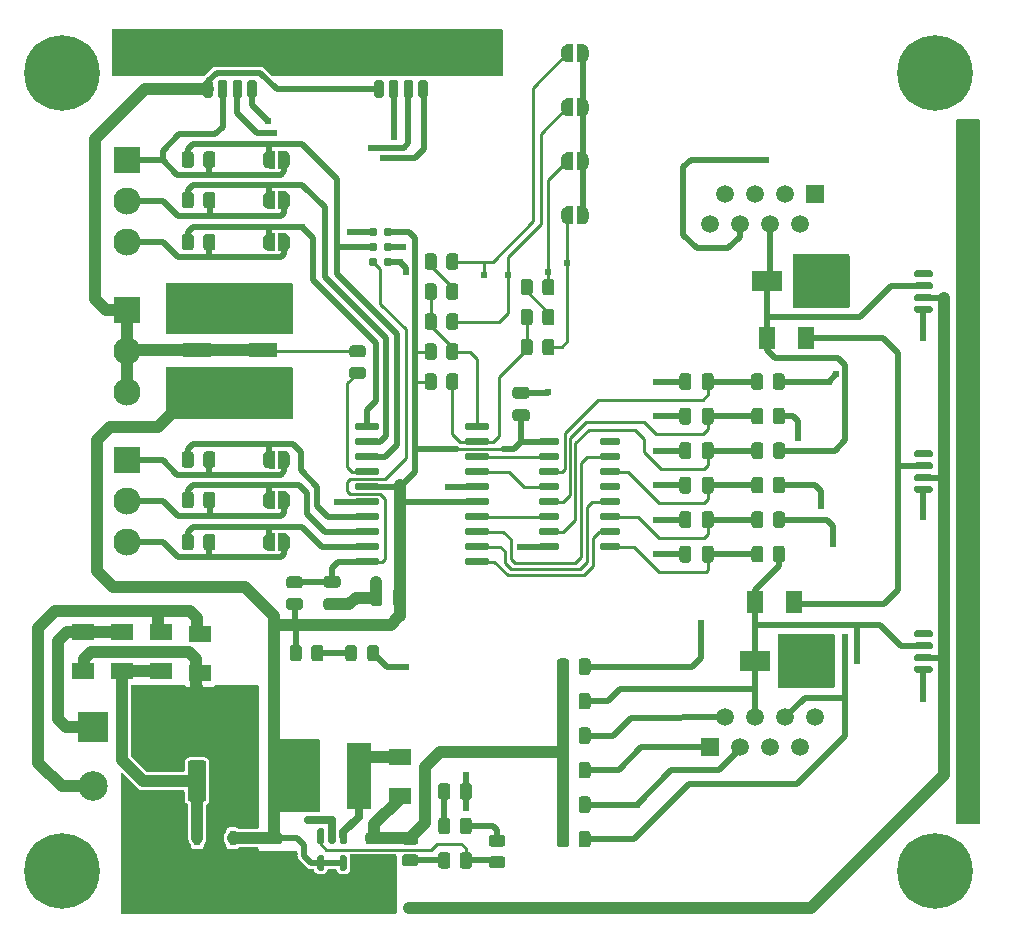
<source format=gtl>
G04 #@! TF.GenerationSoftware,KiCad,Pcbnew,6.0.10-86aedd382b~118~ubuntu18.04.1*
G04 #@! TF.CreationDate,2024-08-26T14:02:28-06:00*
G04 #@! TF.ProjectId,mss-cascade-basic,6d73732d-6361-4736-9361-64652d626173,rev?*
G04 #@! TF.SameCoordinates,Original*
G04 #@! TF.FileFunction,Copper,L1,Top*
G04 #@! TF.FilePolarity,Positive*
%FSLAX46Y46*%
G04 Gerber Fmt 4.6, Leading zero omitted, Abs format (unit mm)*
G04 Created by KiCad (PCBNEW 6.0.10-86aedd382b~118~ubuntu18.04.1) date 2024-08-26 14:02:28*
%MOMM*%
%LPD*%
G01*
G04 APERTURE LIST*
G04 #@! TA.AperFunction,SMDPad,CuDef*
%ADD10R,1.400000X1.900000*%
G04 #@! TD*
G04 #@! TA.AperFunction,ComponentPad*
%ADD11C,6.400000*%
G04 #@! TD*
G04 #@! TA.AperFunction,SMDPad,CuDef*
%ADD12R,2.500000X1.800000*%
G04 #@! TD*
G04 #@! TA.AperFunction,ComponentPad*
%ADD13R,2.500000X2.500000*%
G04 #@! TD*
G04 #@! TA.AperFunction,ComponentPad*
%ADD14C,2.500000*%
G04 #@! TD*
G04 #@! TA.AperFunction,SMDPad,CuDef*
%ADD15R,1.900000X1.400000*%
G04 #@! TD*
G04 #@! TA.AperFunction,ComponentPad*
%ADD16R,2.300000X2.300000*%
G04 #@! TD*
G04 #@! TA.AperFunction,ComponentPad*
%ADD17C,2.300000*%
G04 #@! TD*
G04 #@! TA.AperFunction,ComponentPad*
%ADD18R,1.500000X1.500000*%
G04 #@! TD*
G04 #@! TA.AperFunction,ComponentPad*
%ADD19C,1.500000*%
G04 #@! TD*
G04 #@! TA.AperFunction,SMDPad,CuDef*
%ADD20R,2.108200X5.562600*%
G04 #@! TD*
G04 #@! TA.AperFunction,ConnectorPad*
%ADD21C,0.787400*%
G04 #@! TD*
G04 #@! TA.AperFunction,SMDPad,CuDef*
%ADD22R,2.489200X1.193800*%
G04 #@! TD*
G04 #@! TA.AperFunction,SMDPad,CuDef*
%ADD23R,0.550000X1.300000*%
G04 #@! TD*
G04 #@! TA.AperFunction,ViaPad*
%ADD24C,0.609600*%
G04 #@! TD*
G04 #@! TA.AperFunction,Conductor*
%ADD25C,1.016000*%
G04 #@! TD*
G04 #@! TA.AperFunction,Conductor*
%ADD26C,0.508000*%
G04 #@! TD*
G04 #@! TA.AperFunction,Conductor*
%ADD27C,0.635000*%
G04 #@! TD*
G04 #@! TA.AperFunction,Conductor*
%ADD28C,0.254000*%
G04 #@! TD*
G04 APERTURE END LIST*
G04 #@! TA.AperFunction,SMDPad,CuDef*
G36*
G01*
X66098000Y-184403000D02*
X66998000Y-184403000D01*
G75*
G02*
X67248000Y-184653000I0J-250000D01*
G01*
X67248000Y-185178000D01*
G75*
G02*
X66998000Y-185428000I-250000J0D01*
G01*
X66098000Y-185428000D01*
G75*
G02*
X65848000Y-185178000I0J250000D01*
G01*
X65848000Y-184653000D01*
G75*
G02*
X66098000Y-184403000I250000J0D01*
G01*
G37*
G04 #@! TD.AperFunction*
G04 #@! TA.AperFunction,SMDPad,CuDef*
G36*
G01*
X66098000Y-186228000D02*
X66998000Y-186228000D01*
G75*
G02*
X67248000Y-186478000I0J-250000D01*
G01*
X67248000Y-187003000D01*
G75*
G02*
X66998000Y-187253000I-250000J0D01*
G01*
X66098000Y-187253000D01*
G75*
G02*
X65848000Y-187003000I0J250000D01*
G01*
X65848000Y-186478000D01*
G75*
G02*
X66098000Y-186228000I250000J0D01*
G01*
G37*
G04 #@! TD.AperFunction*
D10*
X92709000Y-142367000D03*
X89409000Y-142367000D03*
G04 #@! TA.AperFunction,SMDPad,CuDef*
G36*
G01*
X88083064Y-149421000D02*
X88083064Y-148521000D01*
G75*
G02*
X88333064Y-148271000I250000J0D01*
G01*
X88858064Y-148271000D01*
G75*
G02*
X89108064Y-148521000I0J-250000D01*
G01*
X89108064Y-149421000D01*
G75*
G02*
X88858064Y-149671000I-250000J0D01*
G01*
X88333064Y-149671000D01*
G75*
G02*
X88083064Y-149421000I0J250000D01*
G01*
G37*
G04 #@! TD.AperFunction*
G04 #@! TA.AperFunction,SMDPad,CuDef*
G36*
G01*
X89908064Y-149421000D02*
X89908064Y-148521000D01*
G75*
G02*
X90158064Y-148271000I250000J0D01*
G01*
X90683064Y-148271000D01*
G75*
G02*
X90933064Y-148521000I0J-250000D01*
G01*
X90933064Y-149421000D01*
G75*
G02*
X90683064Y-149671000I-250000J0D01*
G01*
X90158064Y-149671000D01*
G75*
G02*
X89908064Y-149421000I0J250000D01*
G01*
G37*
G04 #@! TD.AperFunction*
G04 #@! TA.AperFunction,SMDPad,CuDef*
G36*
G01*
X88083064Y-158184000D02*
X88083064Y-157284000D01*
G75*
G02*
X88333064Y-157034000I250000J0D01*
G01*
X88858064Y-157034000D01*
G75*
G02*
X89108064Y-157284000I0J-250000D01*
G01*
X89108064Y-158184000D01*
G75*
G02*
X88858064Y-158434000I-250000J0D01*
G01*
X88333064Y-158434000D01*
G75*
G02*
X88083064Y-158184000I0J250000D01*
G01*
G37*
G04 #@! TD.AperFunction*
G04 #@! TA.AperFunction,SMDPad,CuDef*
G36*
G01*
X89908064Y-158184000D02*
X89908064Y-157284000D01*
G75*
G02*
X90158064Y-157034000I250000J0D01*
G01*
X90683064Y-157034000D01*
G75*
G02*
X90933064Y-157284000I0J-250000D01*
G01*
X90933064Y-158184000D01*
G75*
G02*
X90683064Y-158434000I-250000J0D01*
G01*
X90158064Y-158434000D01*
G75*
G02*
X89908064Y-158184000I0J250000D01*
G01*
G37*
G04 #@! TD.AperFunction*
G04 #@! TA.AperFunction,SMDPad,CuDef*
G36*
G01*
X60695000Y-120672000D02*
X60695000Y-121872000D01*
G75*
G02*
X60495000Y-122072000I-200000J0D01*
G01*
X60095000Y-122072000D01*
G75*
G02*
X59895000Y-121872000I0J200000D01*
G01*
X59895000Y-120672000D01*
G75*
G02*
X60095000Y-120472000I200000J0D01*
G01*
X60495000Y-120472000D01*
G75*
G02*
X60695000Y-120672000I0J-200000D01*
G01*
G37*
G04 #@! TD.AperFunction*
G04 #@! TA.AperFunction,SMDPad,CuDef*
G36*
G01*
X59445000Y-120672000D02*
X59445000Y-121872000D01*
G75*
G02*
X59245000Y-122072000I-200000J0D01*
G01*
X58845000Y-122072000D01*
G75*
G02*
X58645000Y-121872000I0J200000D01*
G01*
X58645000Y-120672000D01*
G75*
G02*
X58845000Y-120472000I200000J0D01*
G01*
X59245000Y-120472000D01*
G75*
G02*
X59445000Y-120672000I0J-200000D01*
G01*
G37*
G04 #@! TD.AperFunction*
G04 #@! TA.AperFunction,SMDPad,CuDef*
G36*
G01*
X58195000Y-120672000D02*
X58195000Y-121872000D01*
G75*
G02*
X57995000Y-122072000I-200000J0D01*
G01*
X57595000Y-122072000D01*
G75*
G02*
X57395000Y-121872000I0J200000D01*
G01*
X57395000Y-120672000D01*
G75*
G02*
X57595000Y-120472000I200000J0D01*
G01*
X57995000Y-120472000D01*
G75*
G02*
X58195000Y-120672000I0J-200000D01*
G01*
G37*
G04 #@! TD.AperFunction*
G04 #@! TA.AperFunction,SMDPad,CuDef*
G36*
G01*
X56945000Y-120672000D02*
X56945000Y-121872000D01*
G75*
G02*
X56745000Y-122072000I-200000J0D01*
G01*
X56345000Y-122072000D01*
G75*
G02*
X56145000Y-121872000I0J200000D01*
G01*
X56145000Y-120672000D01*
G75*
G02*
X56345000Y-120472000I200000J0D01*
G01*
X56745000Y-120472000D01*
G75*
G02*
X56945000Y-120672000I0J-200000D01*
G01*
G37*
G04 #@! TD.AperFunction*
G04 #@! TA.AperFunction,SMDPad,CuDef*
G36*
G01*
X55045000Y-117122001D02*
X55045000Y-119621999D01*
G75*
G02*
X54794999Y-119872000I-250001J0D01*
G01*
X53195001Y-119872000D01*
G75*
G02*
X52945000Y-119621999I0J250001D01*
G01*
X52945000Y-117122001D01*
G75*
G02*
X53195001Y-116872000I250001J0D01*
G01*
X54794999Y-116872000D01*
G75*
G02*
X55045000Y-117122001I0J-250001D01*
G01*
G37*
G04 #@! TD.AperFunction*
G04 #@! TA.AperFunction,SMDPad,CuDef*
G36*
G01*
X63895000Y-117122001D02*
X63895000Y-119621999D01*
G75*
G02*
X63644999Y-119872000I-250001J0D01*
G01*
X62045001Y-119872000D01*
G75*
G02*
X61795000Y-119621999I0J250001D01*
G01*
X61795000Y-117122001D01*
G75*
G02*
X62045001Y-116872000I250001J0D01*
G01*
X63644999Y-116872000D01*
G75*
G02*
X63895000Y-117122001I0J-250001D01*
G01*
G37*
G04 #@! TD.AperFunction*
G04 #@! TA.AperFunction,SMDPad,CuDef*
G36*
G01*
X39850000Y-127704000D02*
X39850000Y-126804000D01*
G75*
G02*
X40100000Y-126554000I250000J0D01*
G01*
X40625000Y-126554000D01*
G75*
G02*
X40875000Y-126804000I0J-250000D01*
G01*
X40875000Y-127704000D01*
G75*
G02*
X40625000Y-127954000I-250000J0D01*
G01*
X40100000Y-127954000D01*
G75*
G02*
X39850000Y-127704000I0J250000D01*
G01*
G37*
G04 #@! TD.AperFunction*
G04 #@! TA.AperFunction,SMDPad,CuDef*
G36*
G01*
X41675000Y-127704000D02*
X41675000Y-126804000D01*
G75*
G02*
X41925000Y-126554000I250000J0D01*
G01*
X42450000Y-126554000D01*
G75*
G02*
X42700000Y-126804000I0J-250000D01*
G01*
X42700000Y-127704000D01*
G75*
G02*
X42450000Y-127954000I-250000J0D01*
G01*
X41925000Y-127954000D01*
G75*
G02*
X41675000Y-127704000I0J250000D01*
G01*
G37*
G04 #@! TD.AperFunction*
G04 #@! TA.AperFunction,SMDPad,CuDef*
G36*
G01*
X88083064Y-152342000D02*
X88083064Y-151442000D01*
G75*
G02*
X88333064Y-151192000I250000J0D01*
G01*
X88858064Y-151192000D01*
G75*
G02*
X89108064Y-151442000I0J-250000D01*
G01*
X89108064Y-152342000D01*
G75*
G02*
X88858064Y-152592000I-250000J0D01*
G01*
X88333064Y-152592000D01*
G75*
G02*
X88083064Y-152342000I0J250000D01*
G01*
G37*
G04 #@! TD.AperFunction*
G04 #@! TA.AperFunction,SMDPad,CuDef*
G36*
G01*
X89908064Y-152342000D02*
X89908064Y-151442000D01*
G75*
G02*
X90158064Y-151192000I250000J0D01*
G01*
X90683064Y-151192000D01*
G75*
G02*
X90933064Y-151442000I0J-250000D01*
G01*
X90933064Y-152342000D01*
G75*
G02*
X90683064Y-152592000I-250000J0D01*
G01*
X90158064Y-152592000D01*
G75*
G02*
X89908064Y-152342000I0J250000D01*
G01*
G37*
G04 #@! TD.AperFunction*
G04 #@! TA.AperFunction,SMDPad,CuDef*
G36*
G01*
X41698000Y-181615000D02*
X40598000Y-181615000D01*
G75*
G02*
X40348000Y-181365000I0J250000D01*
G01*
X40348000Y-178365000D01*
G75*
G02*
X40598000Y-178115000I250000J0D01*
G01*
X41698000Y-178115000D01*
G75*
G02*
X41948000Y-178365000I0J-250000D01*
G01*
X41948000Y-181365000D01*
G75*
G02*
X41698000Y-181615000I-250000J0D01*
G01*
G37*
G04 #@! TD.AperFunction*
G04 #@! TA.AperFunction,SMDPad,CuDef*
G36*
G01*
X41698000Y-176215000D02*
X40598000Y-176215000D01*
G75*
G02*
X40348000Y-175965000I0J250000D01*
G01*
X40348000Y-172965000D01*
G75*
G02*
X40598000Y-172715000I250000J0D01*
G01*
X41698000Y-172715000D01*
G75*
G02*
X41948000Y-172965000I0J-250000D01*
G01*
X41948000Y-175965000D01*
G75*
G02*
X41698000Y-176215000I-250000J0D01*
G01*
G37*
G04 #@! TD.AperFunction*
G04 #@! TA.AperFunction,SMDPad,CuDef*
G36*
G01*
X103273000Y-155470000D02*
X102023000Y-155470000D01*
G75*
G02*
X101873000Y-155320000I0J150000D01*
G01*
X101873000Y-155020000D01*
G75*
G02*
X102023000Y-154870000I150000J0D01*
G01*
X103273000Y-154870000D01*
G75*
G02*
X103423000Y-155020000I0J-150000D01*
G01*
X103423000Y-155320000D01*
G75*
G02*
X103273000Y-155470000I-150000J0D01*
G01*
G37*
G04 #@! TD.AperFunction*
G04 #@! TA.AperFunction,SMDPad,CuDef*
G36*
G01*
X103273000Y-154470000D02*
X102023000Y-154470000D01*
G75*
G02*
X101873000Y-154320000I0J150000D01*
G01*
X101873000Y-154020000D01*
G75*
G02*
X102023000Y-153870000I150000J0D01*
G01*
X103273000Y-153870000D01*
G75*
G02*
X103423000Y-154020000I0J-150000D01*
G01*
X103423000Y-154320000D01*
G75*
G02*
X103273000Y-154470000I-150000J0D01*
G01*
G37*
G04 #@! TD.AperFunction*
G04 #@! TA.AperFunction,SMDPad,CuDef*
G36*
G01*
X103273000Y-153470000D02*
X102023000Y-153470000D01*
G75*
G02*
X101873000Y-153320000I0J150000D01*
G01*
X101873000Y-153020000D01*
G75*
G02*
X102023000Y-152870000I150000J0D01*
G01*
X103273000Y-152870000D01*
G75*
G02*
X103423000Y-153020000I0J-150000D01*
G01*
X103423000Y-153320000D01*
G75*
G02*
X103273000Y-153470000I-150000J0D01*
G01*
G37*
G04 #@! TD.AperFunction*
G04 #@! TA.AperFunction,SMDPad,CuDef*
G36*
G01*
X103273000Y-152470000D02*
X102023000Y-152470000D01*
G75*
G02*
X101873000Y-152320000I0J150000D01*
G01*
X101873000Y-152020000D01*
G75*
G02*
X102023000Y-151870000I150000J0D01*
G01*
X103273000Y-151870000D01*
G75*
G02*
X103423000Y-152020000I0J-150000D01*
G01*
X103423000Y-152320000D01*
G75*
G02*
X103273000Y-152470000I-150000J0D01*
G01*
G37*
G04 #@! TD.AperFunction*
G04 #@! TA.AperFunction,SMDPad,CuDef*
G36*
G01*
X107173000Y-151470000D02*
X105873000Y-151470000D01*
G75*
G02*
X105623000Y-151220000I0J250000D01*
G01*
X105623000Y-150520000D01*
G75*
G02*
X105873000Y-150270000I250000J0D01*
G01*
X107173000Y-150270000D01*
G75*
G02*
X107423000Y-150520000I0J-250000D01*
G01*
X107423000Y-151220000D01*
G75*
G02*
X107173000Y-151470000I-250000J0D01*
G01*
G37*
G04 #@! TD.AperFunction*
G04 #@! TA.AperFunction,SMDPad,CuDef*
G36*
G01*
X107173000Y-157070000D02*
X105873000Y-157070000D01*
G75*
G02*
X105623000Y-156820000I0J250000D01*
G01*
X105623000Y-156120000D01*
G75*
G02*
X105873000Y-155870000I250000J0D01*
G01*
X107173000Y-155870000D01*
G75*
G02*
X107423000Y-156120000I0J-250000D01*
G01*
X107423000Y-156820000D01*
G75*
G02*
X107173000Y-157070000I-250000J0D01*
G01*
G37*
G04 #@! TD.AperFunction*
D11*
X103632000Y-187452000D03*
G04 #@! TA.AperFunction,SMDPad,CuDef*
G36*
G01*
X63274000Y-143060000D02*
X63274000Y-143960000D01*
G75*
G02*
X63024000Y-144210000I-250000J0D01*
G01*
X62499000Y-144210000D01*
G75*
G02*
X62249000Y-143960000I0J250000D01*
G01*
X62249000Y-143060000D01*
G75*
G02*
X62499000Y-142810000I250000J0D01*
G01*
X63024000Y-142810000D01*
G75*
G02*
X63274000Y-143060000I0J-250000D01*
G01*
G37*
G04 #@! TD.AperFunction*
G04 #@! TA.AperFunction,SMDPad,CuDef*
G36*
G01*
X61449000Y-143060000D02*
X61449000Y-143960000D01*
G75*
G02*
X61199000Y-144210000I-250000J0D01*
G01*
X60674000Y-144210000D01*
G75*
G02*
X60424000Y-143960000I0J250000D01*
G01*
X60424000Y-143060000D01*
G75*
G02*
X60674000Y-142810000I250000J0D01*
G01*
X61199000Y-142810000D01*
G75*
G02*
X61449000Y-143060000I0J-250000D01*
G01*
G37*
G04 #@! TD.AperFunction*
G04 #@! TA.AperFunction,SMDPad,CuDef*
G36*
G01*
X61567000Y-184119000D02*
X61567000Y-183219000D01*
G75*
G02*
X61817000Y-182969000I250000J0D01*
G01*
X62342000Y-182969000D01*
G75*
G02*
X62592000Y-183219000I0J-250000D01*
G01*
X62592000Y-184119000D01*
G75*
G02*
X62342000Y-184369000I-250000J0D01*
G01*
X61817000Y-184369000D01*
G75*
G02*
X61567000Y-184119000I0J250000D01*
G01*
G37*
G04 #@! TD.AperFunction*
G04 #@! TA.AperFunction,SMDPad,CuDef*
G36*
G01*
X63392000Y-184119000D02*
X63392000Y-183219000D01*
G75*
G02*
X63642000Y-182969000I250000J0D01*
G01*
X64167000Y-182969000D01*
G75*
G02*
X64417000Y-183219000I0J-250000D01*
G01*
X64417000Y-184119000D01*
G75*
G02*
X64167000Y-184369000I-250000J0D01*
G01*
X63642000Y-184369000D01*
G75*
G02*
X63392000Y-184119000I0J250000D01*
G01*
G37*
G04 #@! TD.AperFunction*
G04 #@! TA.AperFunction,SMDPad,CuDef*
G36*
G01*
X84889000Y-157259000D02*
X84889000Y-158209000D01*
G75*
G02*
X84639000Y-158459000I-250000J0D01*
G01*
X84139000Y-158459000D01*
G75*
G02*
X83889000Y-158209000I0J250000D01*
G01*
X83889000Y-157259000D01*
G75*
G02*
X84139000Y-157009000I250000J0D01*
G01*
X84639000Y-157009000D01*
G75*
G02*
X84889000Y-157259000I0J-250000D01*
G01*
G37*
G04 #@! TD.AperFunction*
G04 #@! TA.AperFunction,SMDPad,CuDef*
G36*
G01*
X82989000Y-157259000D02*
X82989000Y-158209000D01*
G75*
G02*
X82739000Y-158459000I-250000J0D01*
G01*
X82239000Y-158459000D01*
G75*
G02*
X81989000Y-158209000I0J250000D01*
G01*
X81989000Y-157259000D01*
G75*
G02*
X82239000Y-157009000I250000J0D01*
G01*
X82739000Y-157009000D01*
G75*
G02*
X82989000Y-157259000I0J-250000D01*
G01*
G37*
G04 #@! TD.AperFunction*
G04 #@! TA.AperFunction,SMDPad,CuDef*
G36*
G01*
X74473500Y-184335000D02*
X74473500Y-185235000D01*
G75*
G02*
X74223500Y-185485000I-250000J0D01*
G01*
X73698500Y-185485000D01*
G75*
G02*
X73448500Y-185235000I0J250000D01*
G01*
X73448500Y-184335000D01*
G75*
G02*
X73698500Y-184085000I250000J0D01*
G01*
X74223500Y-184085000D01*
G75*
G02*
X74473500Y-184335000I0J-250000D01*
G01*
G37*
G04 #@! TD.AperFunction*
G04 #@! TA.AperFunction,SMDPad,CuDef*
G36*
G01*
X72648500Y-184335000D02*
X72648500Y-185235000D01*
G75*
G02*
X72398500Y-185485000I-250000J0D01*
G01*
X71873500Y-185485000D01*
G75*
G02*
X71623500Y-185235000I0J250000D01*
G01*
X71623500Y-184335000D01*
G75*
G02*
X71873500Y-184085000I250000J0D01*
G01*
X72398500Y-184085000D01*
G75*
G02*
X72648500Y-184335000I0J-250000D01*
G01*
G37*
G04 #@! TD.AperFunction*
G04 #@! TA.AperFunction,SMDPad,CuDef*
G36*
X47729000Y-134989000D02*
G01*
X47229000Y-134989000D01*
X47229000Y-134984033D01*
X47149059Y-134982568D01*
X47013744Y-134940293D01*
X46895734Y-134861738D01*
X46804514Y-134753219D01*
X46747419Y-134623460D01*
X46729836Y-134489000D01*
X46729000Y-134489000D01*
X46729000Y-133989000D01*
X46729836Y-133989000D01*
X46729037Y-133982891D01*
X46750848Y-133842814D01*
X46811096Y-133714489D01*
X46904940Y-133608231D01*
X47024835Y-133532583D01*
X47161142Y-133493626D01*
X47229000Y-133494041D01*
X47229000Y-133489000D01*
X47729000Y-133489000D01*
X47729000Y-134989000D01*
G37*
G04 #@! TD.AperFunction*
G04 #@! TA.AperFunction,SMDPad,CuDef*
G36*
X48529000Y-133494041D02*
G01*
X48602905Y-133494492D01*
X48738726Y-133535111D01*
X48857688Y-133612218D01*
X48950226Y-133719615D01*
X49008903Y-133848667D01*
X49029000Y-133989000D01*
X49029000Y-134489000D01*
X49028851Y-134501216D01*
X49005331Y-134641017D01*
X48943519Y-134768596D01*
X48848384Y-134873700D01*
X48727574Y-134947877D01*
X48590801Y-134985166D01*
X48529000Y-134984033D01*
X48529000Y-134989000D01*
X48029000Y-134989000D01*
X48029000Y-133489000D01*
X48529000Y-133489000D01*
X48529000Y-133494041D01*
G37*
G04 #@! TD.AperFunction*
G04 #@! TA.AperFunction,SMDPad,CuDef*
G36*
G01*
X51844000Y-168587000D02*
X51844000Y-169487000D01*
G75*
G02*
X51594000Y-169737000I-250000J0D01*
G01*
X51069000Y-169737000D01*
G75*
G02*
X50819000Y-169487000I0J250000D01*
G01*
X50819000Y-168587000D01*
G75*
G02*
X51069000Y-168337000I250000J0D01*
G01*
X51594000Y-168337000D01*
G75*
G02*
X51844000Y-168587000I0J-250000D01*
G01*
G37*
G04 #@! TD.AperFunction*
G04 #@! TA.AperFunction,SMDPad,CuDef*
G36*
G01*
X50019000Y-168587000D02*
X50019000Y-169487000D01*
G75*
G02*
X49769000Y-169737000I-250000J0D01*
G01*
X49244000Y-169737000D01*
G75*
G02*
X48994000Y-169487000I0J250000D01*
G01*
X48994000Y-168587000D01*
G75*
G02*
X49244000Y-168337000I250000J0D01*
G01*
X49769000Y-168337000D01*
G75*
G02*
X50019000Y-168587000I0J-250000D01*
G01*
G37*
G04 #@! TD.AperFunction*
G04 #@! TA.AperFunction,SMDPad,CuDef*
G36*
G01*
X47150000Y-184224000D02*
X48100000Y-184224000D01*
G75*
G02*
X48350000Y-184474000I0J-250000D01*
G01*
X48350000Y-184974000D01*
G75*
G02*
X48100000Y-185224000I-250000J0D01*
G01*
X47150000Y-185224000D01*
G75*
G02*
X46900000Y-184974000I0J250000D01*
G01*
X46900000Y-184474000D01*
G75*
G02*
X47150000Y-184224000I250000J0D01*
G01*
G37*
G04 #@! TD.AperFunction*
G04 #@! TA.AperFunction,SMDPad,CuDef*
G36*
G01*
X47150000Y-186124000D02*
X48100000Y-186124000D01*
G75*
G02*
X48350000Y-186374000I0J-250000D01*
G01*
X48350000Y-186874000D01*
G75*
G02*
X48100000Y-187124000I-250000J0D01*
G01*
X47150000Y-187124000D01*
G75*
G02*
X46900000Y-186874000I0J250000D01*
G01*
X46900000Y-186374000D01*
G75*
G02*
X47150000Y-186124000I250000J0D01*
G01*
G37*
G04 #@! TD.AperFunction*
G04 #@! TA.AperFunction,SMDPad,CuDef*
G36*
G01*
X63274000Y-137980000D02*
X63274000Y-138880000D01*
G75*
G02*
X63024000Y-139130000I-250000J0D01*
G01*
X62499000Y-139130000D01*
G75*
G02*
X62249000Y-138880000I0J250000D01*
G01*
X62249000Y-137980000D01*
G75*
G02*
X62499000Y-137730000I250000J0D01*
G01*
X63024000Y-137730000D01*
G75*
G02*
X63274000Y-137980000I0J-250000D01*
G01*
G37*
G04 #@! TD.AperFunction*
G04 #@! TA.AperFunction,SMDPad,CuDef*
G36*
G01*
X61449000Y-137980000D02*
X61449000Y-138880000D01*
G75*
G02*
X61199000Y-139130000I-250000J0D01*
G01*
X60674000Y-139130000D01*
G75*
G02*
X60424000Y-138880000I0J250000D01*
G01*
X60424000Y-137980000D01*
G75*
G02*
X60674000Y-137730000I250000J0D01*
G01*
X61199000Y-137730000D01*
G75*
G02*
X61449000Y-137980000I0J-250000D01*
G01*
G37*
G04 #@! TD.AperFunction*
D12*
X88424000Y-169672000D03*
X92424000Y-169672000D03*
G04 #@! TA.AperFunction,SMDPad,CuDef*
G36*
X73002000Y-128131000D02*
G01*
X72502000Y-128131000D01*
X72502000Y-128126033D01*
X72422059Y-128124568D01*
X72286744Y-128082293D01*
X72168734Y-128003738D01*
X72077514Y-127895219D01*
X72020419Y-127765460D01*
X72002836Y-127631000D01*
X72002000Y-127631000D01*
X72002000Y-127131000D01*
X72002836Y-127131000D01*
X72002037Y-127124891D01*
X72023848Y-126984814D01*
X72084096Y-126856489D01*
X72177940Y-126750231D01*
X72297835Y-126674583D01*
X72434142Y-126635626D01*
X72502000Y-126636041D01*
X72502000Y-126631000D01*
X73002000Y-126631000D01*
X73002000Y-128131000D01*
G37*
G04 #@! TD.AperFunction*
G04 #@! TA.AperFunction,SMDPad,CuDef*
G36*
X73802000Y-126636041D02*
G01*
X73875905Y-126636492D01*
X74011726Y-126677111D01*
X74130688Y-126754218D01*
X74223226Y-126861615D01*
X74281903Y-126990667D01*
X74302000Y-127131000D01*
X74302000Y-127631000D01*
X74301851Y-127643216D01*
X74278331Y-127783017D01*
X74216519Y-127910596D01*
X74121384Y-128015700D01*
X74000574Y-128089877D01*
X73863801Y-128127166D01*
X73802000Y-128126033D01*
X73802000Y-128131000D01*
X73302000Y-128131000D01*
X73302000Y-126631000D01*
X73802000Y-126631000D01*
X73802000Y-126636041D01*
G37*
G04 #@! TD.AperFunction*
G04 #@! TA.AperFunction,SMDPad,CuDef*
G36*
G01*
X71402000Y-142679000D02*
X71402000Y-143579000D01*
G75*
G02*
X71152000Y-143829000I-250000J0D01*
G01*
X70627000Y-143829000D01*
G75*
G02*
X70377000Y-143579000I0J250000D01*
G01*
X70377000Y-142679000D01*
G75*
G02*
X70627000Y-142429000I250000J0D01*
G01*
X71152000Y-142429000D01*
G75*
G02*
X71402000Y-142679000I0J-250000D01*
G01*
G37*
G04 #@! TD.AperFunction*
G04 #@! TA.AperFunction,SMDPad,CuDef*
G36*
G01*
X69577000Y-142679000D02*
X69577000Y-143579000D01*
G75*
G02*
X69327000Y-143829000I-250000J0D01*
G01*
X68802000Y-143829000D01*
G75*
G02*
X68552000Y-143579000I0J250000D01*
G01*
X68552000Y-142679000D01*
G75*
G02*
X68802000Y-142429000I250000J0D01*
G01*
X69327000Y-142429000D01*
G75*
G02*
X69577000Y-142679000I0J-250000D01*
G01*
G37*
G04 #@! TD.AperFunction*
G04 #@! TA.AperFunction,SMDPad,CuDef*
G36*
G01*
X39850000Y-153104000D02*
X39850000Y-152204000D01*
G75*
G02*
X40100000Y-151954000I250000J0D01*
G01*
X40625000Y-151954000D01*
G75*
G02*
X40875000Y-152204000I0J-250000D01*
G01*
X40875000Y-153104000D01*
G75*
G02*
X40625000Y-153354000I-250000J0D01*
G01*
X40100000Y-153354000D01*
G75*
G02*
X39850000Y-153104000I0J250000D01*
G01*
G37*
G04 #@! TD.AperFunction*
G04 #@! TA.AperFunction,SMDPad,CuDef*
G36*
G01*
X41675000Y-153104000D02*
X41675000Y-152204000D01*
G75*
G02*
X41925000Y-151954000I250000J0D01*
G01*
X42450000Y-151954000D01*
G75*
G02*
X42700000Y-152204000I0J-250000D01*
G01*
X42700000Y-153104000D01*
G75*
G02*
X42450000Y-153354000I-250000J0D01*
G01*
X41925000Y-153354000D01*
G75*
G02*
X41675000Y-153104000I0J250000D01*
G01*
G37*
G04 #@! TD.AperFunction*
D11*
X103632000Y-119888000D03*
G04 #@! TA.AperFunction,SMDPad,CuDef*
G36*
G01*
X48953000Y-162532000D02*
X49853000Y-162532000D01*
G75*
G02*
X50103000Y-162782000I0J-250000D01*
G01*
X50103000Y-163307000D01*
G75*
G02*
X49853000Y-163557000I-250000J0D01*
G01*
X48953000Y-163557000D01*
G75*
G02*
X48703000Y-163307000I0J250000D01*
G01*
X48703000Y-162782000D01*
G75*
G02*
X48953000Y-162532000I250000J0D01*
G01*
G37*
G04 #@! TD.AperFunction*
G04 #@! TA.AperFunction,SMDPad,CuDef*
G36*
G01*
X48953000Y-164357000D02*
X49853000Y-164357000D01*
G75*
G02*
X50103000Y-164607000I0J-250000D01*
G01*
X50103000Y-165132000D01*
G75*
G02*
X49853000Y-165382000I-250000J0D01*
G01*
X48953000Y-165382000D01*
G75*
G02*
X48703000Y-165132000I0J250000D01*
G01*
X48703000Y-164607000D01*
G75*
G02*
X48953000Y-164357000I250000J0D01*
G01*
G37*
G04 #@! TD.AperFunction*
G04 #@! TA.AperFunction,SMDPad,CuDef*
G36*
X47729000Y-153404000D02*
G01*
X47229000Y-153404000D01*
X47229000Y-153399033D01*
X47149059Y-153397568D01*
X47013744Y-153355293D01*
X46895734Y-153276738D01*
X46804514Y-153168219D01*
X46747419Y-153038460D01*
X46729836Y-152904000D01*
X46729000Y-152904000D01*
X46729000Y-152404000D01*
X46729836Y-152404000D01*
X46729037Y-152397891D01*
X46750848Y-152257814D01*
X46811096Y-152129489D01*
X46904940Y-152023231D01*
X47024835Y-151947583D01*
X47161142Y-151908626D01*
X47229000Y-151909041D01*
X47229000Y-151904000D01*
X47729000Y-151904000D01*
X47729000Y-153404000D01*
G37*
G04 #@! TD.AperFunction*
G04 #@! TA.AperFunction,SMDPad,CuDef*
G36*
X48529000Y-151909041D02*
G01*
X48602905Y-151909492D01*
X48738726Y-151950111D01*
X48857688Y-152027218D01*
X48950226Y-152134615D01*
X49008903Y-152263667D01*
X49029000Y-152404000D01*
X49029000Y-152904000D01*
X49028851Y-152916216D01*
X49005331Y-153056017D01*
X48943519Y-153183596D01*
X48848384Y-153288700D01*
X48727574Y-153362877D01*
X48590801Y-153400166D01*
X48529000Y-153399033D01*
X48529000Y-153404000D01*
X48029000Y-153404000D01*
X48029000Y-151904000D01*
X48529000Y-151904000D01*
X48529000Y-151909041D01*
G37*
G04 #@! TD.AperFunction*
G04 #@! TA.AperFunction,SMDPad,CuDef*
G36*
G01*
X39850000Y-156524000D02*
X39850000Y-155624000D01*
G75*
G02*
X40100000Y-155374000I250000J0D01*
G01*
X40625000Y-155374000D01*
G75*
G02*
X40875000Y-155624000I0J-250000D01*
G01*
X40875000Y-156524000D01*
G75*
G02*
X40625000Y-156774000I-250000J0D01*
G01*
X40100000Y-156774000D01*
G75*
G02*
X39850000Y-156524000I0J250000D01*
G01*
G37*
G04 #@! TD.AperFunction*
G04 #@! TA.AperFunction,SMDPad,CuDef*
G36*
G01*
X41675000Y-156524000D02*
X41675000Y-155624000D01*
G75*
G02*
X41925000Y-155374000I250000J0D01*
G01*
X42450000Y-155374000D01*
G75*
G02*
X42700000Y-155624000I0J-250000D01*
G01*
X42700000Y-156524000D01*
G75*
G02*
X42450000Y-156774000I-250000J0D01*
G01*
X41925000Y-156774000D01*
G75*
G02*
X41675000Y-156524000I0J250000D01*
G01*
G37*
G04 #@! TD.AperFunction*
G04 #@! TA.AperFunction,SMDPad,CuDef*
G36*
G01*
X84889000Y-154338000D02*
X84889000Y-155288000D01*
G75*
G02*
X84639000Y-155538000I-250000J0D01*
G01*
X84139000Y-155538000D01*
G75*
G02*
X83889000Y-155288000I0J250000D01*
G01*
X83889000Y-154338000D01*
G75*
G02*
X84139000Y-154088000I250000J0D01*
G01*
X84639000Y-154088000D01*
G75*
G02*
X84889000Y-154338000I0J-250000D01*
G01*
G37*
G04 #@! TD.AperFunction*
G04 #@! TA.AperFunction,SMDPad,CuDef*
G36*
G01*
X82989000Y-154338000D02*
X82989000Y-155288000D01*
G75*
G02*
X82739000Y-155538000I-250000J0D01*
G01*
X82239000Y-155538000D01*
G75*
G02*
X81989000Y-155288000I0J250000D01*
G01*
X81989000Y-154338000D01*
G75*
G02*
X82239000Y-154088000I250000J0D01*
G01*
X82739000Y-154088000D01*
G75*
G02*
X82989000Y-154338000I0J-250000D01*
G01*
G37*
G04 #@! TD.AperFunction*
G04 #@! TA.AperFunction,SMDPad,CuDef*
G36*
G01*
X54287000Y-142974000D02*
X55187000Y-142974000D01*
G75*
G02*
X55437000Y-143224000I0J-250000D01*
G01*
X55437000Y-143749000D01*
G75*
G02*
X55187000Y-143999000I-250000J0D01*
G01*
X54287000Y-143999000D01*
G75*
G02*
X54037000Y-143749000I0J250000D01*
G01*
X54037000Y-143224000D01*
G75*
G02*
X54287000Y-142974000I250000J0D01*
G01*
G37*
G04 #@! TD.AperFunction*
G04 #@! TA.AperFunction,SMDPad,CuDef*
G36*
G01*
X54287000Y-144799000D02*
X55187000Y-144799000D01*
G75*
G02*
X55437000Y-145049000I0J-250000D01*
G01*
X55437000Y-145574000D01*
G75*
G02*
X55187000Y-145824000I-250000J0D01*
G01*
X54287000Y-145824000D01*
G75*
G02*
X54037000Y-145574000I0J250000D01*
G01*
X54037000Y-145049000D01*
G75*
G02*
X54287000Y-144799000I250000J0D01*
G01*
G37*
G04 #@! TD.AperFunction*
D13*
X32339000Y-175300000D03*
D14*
X32339000Y-180300000D03*
G04 #@! TA.AperFunction,SMDPad,CuDef*
G36*
G01*
X46217000Y-120672000D02*
X46217000Y-121872000D01*
G75*
G02*
X46017000Y-122072000I-200000J0D01*
G01*
X45617000Y-122072000D01*
G75*
G02*
X45417000Y-121872000I0J200000D01*
G01*
X45417000Y-120672000D01*
G75*
G02*
X45617000Y-120472000I200000J0D01*
G01*
X46017000Y-120472000D01*
G75*
G02*
X46217000Y-120672000I0J-200000D01*
G01*
G37*
G04 #@! TD.AperFunction*
G04 #@! TA.AperFunction,SMDPad,CuDef*
G36*
G01*
X44967000Y-120672000D02*
X44967000Y-121872000D01*
G75*
G02*
X44767000Y-122072000I-200000J0D01*
G01*
X44367000Y-122072000D01*
G75*
G02*
X44167000Y-121872000I0J200000D01*
G01*
X44167000Y-120672000D01*
G75*
G02*
X44367000Y-120472000I200000J0D01*
G01*
X44767000Y-120472000D01*
G75*
G02*
X44967000Y-120672000I0J-200000D01*
G01*
G37*
G04 #@! TD.AperFunction*
G04 #@! TA.AperFunction,SMDPad,CuDef*
G36*
G01*
X43717000Y-120672000D02*
X43717000Y-121872000D01*
G75*
G02*
X43517000Y-122072000I-200000J0D01*
G01*
X43117000Y-122072000D01*
G75*
G02*
X42917000Y-121872000I0J200000D01*
G01*
X42917000Y-120672000D01*
G75*
G02*
X43117000Y-120472000I200000J0D01*
G01*
X43517000Y-120472000D01*
G75*
G02*
X43717000Y-120672000I0J-200000D01*
G01*
G37*
G04 #@! TD.AperFunction*
G04 #@! TA.AperFunction,SMDPad,CuDef*
G36*
G01*
X42467000Y-120672000D02*
X42467000Y-121872000D01*
G75*
G02*
X42267000Y-122072000I-200000J0D01*
G01*
X41867000Y-122072000D01*
G75*
G02*
X41667000Y-121872000I0J200000D01*
G01*
X41667000Y-120672000D01*
G75*
G02*
X41867000Y-120472000I200000J0D01*
G01*
X42267000Y-120472000D01*
G75*
G02*
X42467000Y-120672000I0J-200000D01*
G01*
G37*
G04 #@! TD.AperFunction*
G04 #@! TA.AperFunction,SMDPad,CuDef*
G36*
G01*
X49417000Y-117122001D02*
X49417000Y-119621999D01*
G75*
G02*
X49166999Y-119872000I-250001J0D01*
G01*
X47567001Y-119872000D01*
G75*
G02*
X47317000Y-119621999I0J250001D01*
G01*
X47317000Y-117122001D01*
G75*
G02*
X47567001Y-116872000I250001J0D01*
G01*
X49166999Y-116872000D01*
G75*
G02*
X49417000Y-117122001I0J-250001D01*
G01*
G37*
G04 #@! TD.AperFunction*
G04 #@! TA.AperFunction,SMDPad,CuDef*
G36*
G01*
X40567000Y-117122001D02*
X40567000Y-119621999D01*
G75*
G02*
X40316999Y-119872000I-250001J0D01*
G01*
X38717001Y-119872000D01*
G75*
G02*
X38467000Y-119621999I0J250001D01*
G01*
X38467000Y-117122001D01*
G75*
G02*
X38717001Y-116872000I250001J0D01*
G01*
X40316999Y-116872000D01*
G75*
G02*
X40567000Y-117122001I0J-250001D01*
G01*
G37*
G04 #@! TD.AperFunction*
G04 #@! TA.AperFunction,SMDPad,CuDef*
G36*
G01*
X84889000Y-151417000D02*
X84889000Y-152367000D01*
G75*
G02*
X84639000Y-152617000I-250000J0D01*
G01*
X84139000Y-152617000D01*
G75*
G02*
X83889000Y-152367000I0J250000D01*
G01*
X83889000Y-151417000D01*
G75*
G02*
X84139000Y-151167000I250000J0D01*
G01*
X84639000Y-151167000D01*
G75*
G02*
X84889000Y-151417000I0J-250000D01*
G01*
G37*
G04 #@! TD.AperFunction*
G04 #@! TA.AperFunction,SMDPad,CuDef*
G36*
G01*
X82989000Y-151417000D02*
X82989000Y-152367000D01*
G75*
G02*
X82739000Y-152617000I-250000J0D01*
G01*
X82239000Y-152617000D01*
G75*
G02*
X81989000Y-152367000I0J250000D01*
G01*
X81989000Y-151417000D01*
G75*
G02*
X82239000Y-151167000I250000J0D01*
G01*
X82739000Y-151167000D01*
G75*
G02*
X82989000Y-151417000I0J-250000D01*
G01*
G37*
G04 #@! TD.AperFunction*
D15*
X31496000Y-167260000D03*
X31496000Y-170560000D03*
G04 #@! TA.AperFunction,SMDPad,CuDef*
G36*
X47729000Y-160389000D02*
G01*
X47229000Y-160389000D01*
X47229000Y-160384033D01*
X47149059Y-160382568D01*
X47013744Y-160340293D01*
X46895734Y-160261738D01*
X46804514Y-160153219D01*
X46747419Y-160023460D01*
X46729836Y-159889000D01*
X46729000Y-159889000D01*
X46729000Y-159389000D01*
X46729836Y-159389000D01*
X46729037Y-159382891D01*
X46750848Y-159242814D01*
X46811096Y-159114489D01*
X46904940Y-159008231D01*
X47024835Y-158932583D01*
X47161142Y-158893626D01*
X47229000Y-158894041D01*
X47229000Y-158889000D01*
X47729000Y-158889000D01*
X47729000Y-160389000D01*
G37*
G04 #@! TD.AperFunction*
G04 #@! TA.AperFunction,SMDPad,CuDef*
G36*
X48529000Y-158894041D02*
G01*
X48602905Y-158894492D01*
X48738726Y-158935111D01*
X48857688Y-159012218D01*
X48950226Y-159119615D01*
X49008903Y-159248667D01*
X49029000Y-159389000D01*
X49029000Y-159889000D01*
X49028851Y-159901216D01*
X49005331Y-160041017D01*
X48943519Y-160168596D01*
X48848384Y-160273700D01*
X48727574Y-160347877D01*
X48590801Y-160385166D01*
X48529000Y-160384033D01*
X48529000Y-160389000D01*
X48029000Y-160389000D01*
X48029000Y-158889000D01*
X48529000Y-158889000D01*
X48529000Y-158894041D01*
G37*
G04 #@! TD.AperFunction*
G04 #@! TA.AperFunction,SMDPad,CuDef*
G36*
G01*
X70083000Y-151280000D02*
X70083000Y-150980000D01*
G75*
G02*
X70233000Y-150830000I150000J0D01*
G01*
X71683000Y-150830000D01*
G75*
G02*
X71833000Y-150980000I0J-150000D01*
G01*
X71833000Y-151280000D01*
G75*
G02*
X71683000Y-151430000I-150000J0D01*
G01*
X70233000Y-151430000D01*
G75*
G02*
X70083000Y-151280000I0J150000D01*
G01*
G37*
G04 #@! TD.AperFunction*
G04 #@! TA.AperFunction,SMDPad,CuDef*
G36*
G01*
X70083000Y-152550000D02*
X70083000Y-152250000D01*
G75*
G02*
X70233000Y-152100000I150000J0D01*
G01*
X71683000Y-152100000D01*
G75*
G02*
X71833000Y-152250000I0J-150000D01*
G01*
X71833000Y-152550000D01*
G75*
G02*
X71683000Y-152700000I-150000J0D01*
G01*
X70233000Y-152700000D01*
G75*
G02*
X70083000Y-152550000I0J150000D01*
G01*
G37*
G04 #@! TD.AperFunction*
G04 #@! TA.AperFunction,SMDPad,CuDef*
G36*
G01*
X70083000Y-153820000D02*
X70083000Y-153520000D01*
G75*
G02*
X70233000Y-153370000I150000J0D01*
G01*
X71683000Y-153370000D01*
G75*
G02*
X71833000Y-153520000I0J-150000D01*
G01*
X71833000Y-153820000D01*
G75*
G02*
X71683000Y-153970000I-150000J0D01*
G01*
X70233000Y-153970000D01*
G75*
G02*
X70083000Y-153820000I0J150000D01*
G01*
G37*
G04 #@! TD.AperFunction*
G04 #@! TA.AperFunction,SMDPad,CuDef*
G36*
G01*
X70083000Y-155090000D02*
X70083000Y-154790000D01*
G75*
G02*
X70233000Y-154640000I150000J0D01*
G01*
X71683000Y-154640000D01*
G75*
G02*
X71833000Y-154790000I0J-150000D01*
G01*
X71833000Y-155090000D01*
G75*
G02*
X71683000Y-155240000I-150000J0D01*
G01*
X70233000Y-155240000D01*
G75*
G02*
X70083000Y-155090000I0J150000D01*
G01*
G37*
G04 #@! TD.AperFunction*
G04 #@! TA.AperFunction,SMDPad,CuDef*
G36*
G01*
X70083000Y-156360000D02*
X70083000Y-156060000D01*
G75*
G02*
X70233000Y-155910000I150000J0D01*
G01*
X71683000Y-155910000D01*
G75*
G02*
X71833000Y-156060000I0J-150000D01*
G01*
X71833000Y-156360000D01*
G75*
G02*
X71683000Y-156510000I-150000J0D01*
G01*
X70233000Y-156510000D01*
G75*
G02*
X70083000Y-156360000I0J150000D01*
G01*
G37*
G04 #@! TD.AperFunction*
G04 #@! TA.AperFunction,SMDPad,CuDef*
G36*
G01*
X70083000Y-157630000D02*
X70083000Y-157330000D01*
G75*
G02*
X70233000Y-157180000I150000J0D01*
G01*
X71683000Y-157180000D01*
G75*
G02*
X71833000Y-157330000I0J-150000D01*
G01*
X71833000Y-157630000D01*
G75*
G02*
X71683000Y-157780000I-150000J0D01*
G01*
X70233000Y-157780000D01*
G75*
G02*
X70083000Y-157630000I0J150000D01*
G01*
G37*
G04 #@! TD.AperFunction*
G04 #@! TA.AperFunction,SMDPad,CuDef*
G36*
G01*
X70083000Y-158900000D02*
X70083000Y-158600000D01*
G75*
G02*
X70233000Y-158450000I150000J0D01*
G01*
X71683000Y-158450000D01*
G75*
G02*
X71833000Y-158600000I0J-150000D01*
G01*
X71833000Y-158900000D01*
G75*
G02*
X71683000Y-159050000I-150000J0D01*
G01*
X70233000Y-159050000D01*
G75*
G02*
X70083000Y-158900000I0J150000D01*
G01*
G37*
G04 #@! TD.AperFunction*
G04 #@! TA.AperFunction,SMDPad,CuDef*
G36*
G01*
X70083000Y-160170000D02*
X70083000Y-159870000D01*
G75*
G02*
X70233000Y-159720000I150000J0D01*
G01*
X71683000Y-159720000D01*
G75*
G02*
X71833000Y-159870000I0J-150000D01*
G01*
X71833000Y-160170000D01*
G75*
G02*
X71683000Y-160320000I-150000J0D01*
G01*
X70233000Y-160320000D01*
G75*
G02*
X70083000Y-160170000I0J150000D01*
G01*
G37*
G04 #@! TD.AperFunction*
G04 #@! TA.AperFunction,SMDPad,CuDef*
G36*
G01*
X75233000Y-160170000D02*
X75233000Y-159870000D01*
G75*
G02*
X75383000Y-159720000I150000J0D01*
G01*
X76833000Y-159720000D01*
G75*
G02*
X76983000Y-159870000I0J-150000D01*
G01*
X76983000Y-160170000D01*
G75*
G02*
X76833000Y-160320000I-150000J0D01*
G01*
X75383000Y-160320000D01*
G75*
G02*
X75233000Y-160170000I0J150000D01*
G01*
G37*
G04 #@! TD.AperFunction*
G04 #@! TA.AperFunction,SMDPad,CuDef*
G36*
G01*
X75233000Y-158900000D02*
X75233000Y-158600000D01*
G75*
G02*
X75383000Y-158450000I150000J0D01*
G01*
X76833000Y-158450000D01*
G75*
G02*
X76983000Y-158600000I0J-150000D01*
G01*
X76983000Y-158900000D01*
G75*
G02*
X76833000Y-159050000I-150000J0D01*
G01*
X75383000Y-159050000D01*
G75*
G02*
X75233000Y-158900000I0J150000D01*
G01*
G37*
G04 #@! TD.AperFunction*
G04 #@! TA.AperFunction,SMDPad,CuDef*
G36*
G01*
X75233000Y-157630000D02*
X75233000Y-157330000D01*
G75*
G02*
X75383000Y-157180000I150000J0D01*
G01*
X76833000Y-157180000D01*
G75*
G02*
X76983000Y-157330000I0J-150000D01*
G01*
X76983000Y-157630000D01*
G75*
G02*
X76833000Y-157780000I-150000J0D01*
G01*
X75383000Y-157780000D01*
G75*
G02*
X75233000Y-157630000I0J150000D01*
G01*
G37*
G04 #@! TD.AperFunction*
G04 #@! TA.AperFunction,SMDPad,CuDef*
G36*
G01*
X75233000Y-156360000D02*
X75233000Y-156060000D01*
G75*
G02*
X75383000Y-155910000I150000J0D01*
G01*
X76833000Y-155910000D01*
G75*
G02*
X76983000Y-156060000I0J-150000D01*
G01*
X76983000Y-156360000D01*
G75*
G02*
X76833000Y-156510000I-150000J0D01*
G01*
X75383000Y-156510000D01*
G75*
G02*
X75233000Y-156360000I0J150000D01*
G01*
G37*
G04 #@! TD.AperFunction*
G04 #@! TA.AperFunction,SMDPad,CuDef*
G36*
G01*
X75233000Y-155090000D02*
X75233000Y-154790000D01*
G75*
G02*
X75383000Y-154640000I150000J0D01*
G01*
X76833000Y-154640000D01*
G75*
G02*
X76983000Y-154790000I0J-150000D01*
G01*
X76983000Y-155090000D01*
G75*
G02*
X76833000Y-155240000I-150000J0D01*
G01*
X75383000Y-155240000D01*
G75*
G02*
X75233000Y-155090000I0J150000D01*
G01*
G37*
G04 #@! TD.AperFunction*
G04 #@! TA.AperFunction,SMDPad,CuDef*
G36*
G01*
X75233000Y-153820000D02*
X75233000Y-153520000D01*
G75*
G02*
X75383000Y-153370000I150000J0D01*
G01*
X76833000Y-153370000D01*
G75*
G02*
X76983000Y-153520000I0J-150000D01*
G01*
X76983000Y-153820000D01*
G75*
G02*
X76833000Y-153970000I-150000J0D01*
G01*
X75383000Y-153970000D01*
G75*
G02*
X75233000Y-153820000I0J150000D01*
G01*
G37*
G04 #@! TD.AperFunction*
G04 #@! TA.AperFunction,SMDPad,CuDef*
G36*
G01*
X75233000Y-152550000D02*
X75233000Y-152250000D01*
G75*
G02*
X75383000Y-152100000I150000J0D01*
G01*
X76833000Y-152100000D01*
G75*
G02*
X76983000Y-152250000I0J-150000D01*
G01*
X76983000Y-152550000D01*
G75*
G02*
X76833000Y-152700000I-150000J0D01*
G01*
X75383000Y-152700000D01*
G75*
G02*
X75233000Y-152550000I0J150000D01*
G01*
G37*
G04 #@! TD.AperFunction*
G04 #@! TA.AperFunction,SMDPad,CuDef*
G36*
G01*
X75233000Y-151280000D02*
X75233000Y-150980000D01*
G75*
G02*
X75383000Y-150830000I150000J0D01*
G01*
X76833000Y-150830000D01*
G75*
G02*
X76983000Y-150980000I0J-150000D01*
G01*
X76983000Y-151280000D01*
G75*
G02*
X76833000Y-151430000I-150000J0D01*
G01*
X75383000Y-151430000D01*
G75*
G02*
X75233000Y-151280000I0J150000D01*
G01*
G37*
G04 #@! TD.AperFunction*
G04 #@! TA.AperFunction,SMDPad,CuDef*
G36*
G01*
X64417000Y-180298000D02*
X64417000Y-181198000D01*
G75*
G02*
X64167000Y-181448000I-250000J0D01*
G01*
X63642000Y-181448000D01*
G75*
G02*
X63392000Y-181198000I0J250000D01*
G01*
X63392000Y-180298000D01*
G75*
G02*
X63642000Y-180048000I250000J0D01*
G01*
X64167000Y-180048000D01*
G75*
G02*
X64417000Y-180298000I0J-250000D01*
G01*
G37*
G04 #@! TD.AperFunction*
G04 #@! TA.AperFunction,SMDPad,CuDef*
G36*
G01*
X62592000Y-180298000D02*
X62592000Y-181198000D01*
G75*
G02*
X62342000Y-181448000I-250000J0D01*
G01*
X61817000Y-181448000D01*
G75*
G02*
X61567000Y-181198000I0J250000D01*
G01*
X61567000Y-180298000D01*
G75*
G02*
X61817000Y-180048000I250000J0D01*
G01*
X62342000Y-180048000D01*
G75*
G02*
X62592000Y-180298000I0J-250000D01*
G01*
G37*
G04 #@! TD.AperFunction*
G04 #@! TA.AperFunction,SMDPad,CuDef*
G36*
G01*
X58727000Y-163863000D02*
X58727000Y-164813000D01*
G75*
G02*
X58477000Y-165063000I-250000J0D01*
G01*
X57977000Y-165063000D01*
G75*
G02*
X57727000Y-164813000I0J250000D01*
G01*
X57727000Y-163863000D01*
G75*
G02*
X57977000Y-163613000I250000J0D01*
G01*
X58477000Y-163613000D01*
G75*
G02*
X58727000Y-163863000I0J-250000D01*
G01*
G37*
G04 #@! TD.AperFunction*
G04 #@! TA.AperFunction,SMDPad,CuDef*
G36*
G01*
X56827000Y-163863000D02*
X56827000Y-164813000D01*
G75*
G02*
X56577000Y-165063000I-250000J0D01*
G01*
X56077000Y-165063000D01*
G75*
G02*
X55827000Y-164813000I0J250000D01*
G01*
X55827000Y-163863000D01*
G75*
G02*
X56077000Y-163613000I250000J0D01*
G01*
X56577000Y-163613000D01*
G75*
G02*
X56827000Y-163863000I0J-250000D01*
G01*
G37*
G04 #@! TD.AperFunction*
G04 #@! TA.AperFunction,SMDPad,CuDef*
G36*
G01*
X63274000Y-145600000D02*
X63274000Y-146500000D01*
G75*
G02*
X63024000Y-146750000I-250000J0D01*
G01*
X62499000Y-146750000D01*
G75*
G02*
X62249000Y-146500000I0J250000D01*
G01*
X62249000Y-145600000D01*
G75*
G02*
X62499000Y-145350000I250000J0D01*
G01*
X63024000Y-145350000D01*
G75*
G02*
X63274000Y-145600000I0J-250000D01*
G01*
G37*
G04 #@! TD.AperFunction*
G04 #@! TA.AperFunction,SMDPad,CuDef*
G36*
G01*
X61449000Y-145600000D02*
X61449000Y-146500000D01*
G75*
G02*
X61199000Y-146750000I-250000J0D01*
G01*
X60674000Y-146750000D01*
G75*
G02*
X60424000Y-146500000I0J250000D01*
G01*
X60424000Y-145600000D01*
G75*
G02*
X60674000Y-145350000I250000J0D01*
G01*
X61199000Y-145350000D01*
G75*
G02*
X61449000Y-145600000I0J-250000D01*
G01*
G37*
G04 #@! TD.AperFunction*
G04 #@! TA.AperFunction,SMDPad,CuDef*
G36*
G01*
X88083064Y-161105000D02*
X88083064Y-160205000D01*
G75*
G02*
X88333064Y-159955000I250000J0D01*
G01*
X88858064Y-159955000D01*
G75*
G02*
X89108064Y-160205000I0J-250000D01*
G01*
X89108064Y-161105000D01*
G75*
G02*
X88858064Y-161355000I-250000J0D01*
G01*
X88333064Y-161355000D01*
G75*
G02*
X88083064Y-161105000I0J250000D01*
G01*
G37*
G04 #@! TD.AperFunction*
G04 #@! TA.AperFunction,SMDPad,CuDef*
G36*
G01*
X89908064Y-161105000D02*
X89908064Y-160205000D01*
G75*
G02*
X90158064Y-159955000I250000J0D01*
G01*
X90683064Y-159955000D01*
G75*
G02*
X90933064Y-160205000I0J-250000D01*
G01*
X90933064Y-161105000D01*
G75*
G02*
X90683064Y-161355000I-250000J0D01*
G01*
X90158064Y-161355000D01*
G75*
G02*
X89908064Y-161105000I0J250000D01*
G01*
G37*
G04 #@! TD.AperFunction*
G04 #@! TA.AperFunction,SMDPad,CuDef*
G36*
X73002000Y-123559000D02*
G01*
X72502000Y-123559000D01*
X72502000Y-123554033D01*
X72422059Y-123552568D01*
X72286744Y-123510293D01*
X72168734Y-123431738D01*
X72077514Y-123323219D01*
X72020419Y-123193460D01*
X72002836Y-123059000D01*
X72002000Y-123059000D01*
X72002000Y-122559000D01*
X72002836Y-122559000D01*
X72002037Y-122552891D01*
X72023848Y-122412814D01*
X72084096Y-122284489D01*
X72177940Y-122178231D01*
X72297835Y-122102583D01*
X72434142Y-122063626D01*
X72502000Y-122064041D01*
X72502000Y-122059000D01*
X73002000Y-122059000D01*
X73002000Y-123559000D01*
G37*
G04 #@! TD.AperFunction*
G04 #@! TA.AperFunction,SMDPad,CuDef*
G36*
X73802000Y-122064041D02*
G01*
X73875905Y-122064492D01*
X74011726Y-122105111D01*
X74130688Y-122182218D01*
X74223226Y-122289615D01*
X74281903Y-122418667D01*
X74302000Y-122559000D01*
X74302000Y-123059000D01*
X74301851Y-123071216D01*
X74278331Y-123211017D01*
X74216519Y-123338596D01*
X74121384Y-123443700D01*
X74000574Y-123517877D01*
X73863801Y-123555166D01*
X73802000Y-123554033D01*
X73802000Y-123559000D01*
X73302000Y-123559000D01*
X73302000Y-122059000D01*
X73802000Y-122059000D01*
X73802000Y-122064041D01*
G37*
G04 #@! TD.AperFunction*
D16*
X35179000Y-127254000D03*
D17*
X35179000Y-130754000D03*
X35179000Y-134254000D03*
G04 #@! TA.AperFunction,SMDPad,CuDef*
G36*
G01*
X74473500Y-181414000D02*
X74473500Y-182314000D01*
G75*
G02*
X74223500Y-182564000I-250000J0D01*
G01*
X73698500Y-182564000D01*
G75*
G02*
X73448500Y-182314000I0J250000D01*
G01*
X73448500Y-181414000D01*
G75*
G02*
X73698500Y-181164000I250000J0D01*
G01*
X74223500Y-181164000D01*
G75*
G02*
X74473500Y-181414000I0J-250000D01*
G01*
G37*
G04 #@! TD.AperFunction*
G04 #@! TA.AperFunction,SMDPad,CuDef*
G36*
G01*
X72648500Y-181414000D02*
X72648500Y-182314000D01*
G75*
G02*
X72398500Y-182564000I-250000J0D01*
G01*
X71873500Y-182564000D01*
G75*
G02*
X71623500Y-182314000I0J250000D01*
G01*
X71623500Y-181414000D01*
G75*
G02*
X71873500Y-181164000I250000J0D01*
G01*
X72398500Y-181164000D01*
G75*
G02*
X72648500Y-181414000I0J-250000D01*
G01*
G37*
G04 #@! TD.AperFunction*
D16*
X35179000Y-152654000D03*
D17*
X35179000Y-156154000D03*
X35179000Y-159654000D03*
G04 #@! TA.AperFunction,SMDPad,CuDef*
G36*
G01*
X63274000Y-140520000D02*
X63274000Y-141420000D01*
G75*
G02*
X63024000Y-141670000I-250000J0D01*
G01*
X62499000Y-141670000D01*
G75*
G02*
X62249000Y-141420000I0J250000D01*
G01*
X62249000Y-140520000D01*
G75*
G02*
X62499000Y-140270000I250000J0D01*
G01*
X63024000Y-140270000D01*
G75*
G02*
X63274000Y-140520000I0J-250000D01*
G01*
G37*
G04 #@! TD.AperFunction*
G04 #@! TA.AperFunction,SMDPad,CuDef*
G36*
G01*
X61449000Y-140520000D02*
X61449000Y-141420000D01*
G75*
G02*
X61199000Y-141670000I-250000J0D01*
G01*
X60674000Y-141670000D01*
G75*
G02*
X60424000Y-141420000I0J250000D01*
G01*
X60424000Y-140520000D01*
G75*
G02*
X60674000Y-140270000I250000J0D01*
G01*
X61199000Y-140270000D01*
G75*
G02*
X61449000Y-140520000I0J-250000D01*
G01*
G37*
G04 #@! TD.AperFunction*
G04 #@! TA.AperFunction,SMDPad,CuDef*
G36*
X73002000Y-118987000D02*
G01*
X72502000Y-118987000D01*
X72502000Y-118982033D01*
X72422059Y-118980568D01*
X72286744Y-118938293D01*
X72168734Y-118859738D01*
X72077514Y-118751219D01*
X72020419Y-118621460D01*
X72002836Y-118487000D01*
X72002000Y-118487000D01*
X72002000Y-117987000D01*
X72002836Y-117987000D01*
X72002037Y-117980891D01*
X72023848Y-117840814D01*
X72084096Y-117712489D01*
X72177940Y-117606231D01*
X72297835Y-117530583D01*
X72434142Y-117491626D01*
X72502000Y-117492041D01*
X72502000Y-117487000D01*
X73002000Y-117487000D01*
X73002000Y-118987000D01*
G37*
G04 #@! TD.AperFunction*
G04 #@! TA.AperFunction,SMDPad,CuDef*
G36*
X73802000Y-117492041D02*
G01*
X73875905Y-117492492D01*
X74011726Y-117533111D01*
X74130688Y-117610218D01*
X74223226Y-117717615D01*
X74281903Y-117846667D01*
X74302000Y-117987000D01*
X74302000Y-118487000D01*
X74301851Y-118499216D01*
X74278331Y-118639017D01*
X74216519Y-118766596D01*
X74121384Y-118871700D01*
X74000574Y-118945877D01*
X73863801Y-118983166D01*
X73802000Y-118982033D01*
X73802000Y-118987000D01*
X73302000Y-118987000D01*
X73302000Y-117487000D01*
X73802000Y-117487000D01*
X73802000Y-117492041D01*
G37*
G04 #@! TD.AperFunction*
G04 #@! TA.AperFunction,SMDPad,CuDef*
G36*
G01*
X71402000Y-140139000D02*
X71402000Y-141039000D01*
G75*
G02*
X71152000Y-141289000I-250000J0D01*
G01*
X70627000Y-141289000D01*
G75*
G02*
X70377000Y-141039000I0J250000D01*
G01*
X70377000Y-140139000D01*
G75*
G02*
X70627000Y-139889000I250000J0D01*
G01*
X71152000Y-139889000D01*
G75*
G02*
X71402000Y-140139000I0J-250000D01*
G01*
G37*
G04 #@! TD.AperFunction*
G04 #@! TA.AperFunction,SMDPad,CuDef*
G36*
G01*
X69577000Y-140139000D02*
X69577000Y-141039000D01*
G75*
G02*
X69327000Y-141289000I-250000J0D01*
G01*
X68802000Y-141289000D01*
G75*
G02*
X68552000Y-141039000I0J250000D01*
G01*
X68552000Y-140139000D01*
G75*
G02*
X68802000Y-139889000I250000J0D01*
G01*
X69327000Y-139889000D01*
G75*
G02*
X69577000Y-140139000I0J-250000D01*
G01*
G37*
G04 #@! TD.AperFunction*
G04 #@! TA.AperFunction,SMDPad,CuDef*
G36*
G01*
X103273000Y-140230000D02*
X102023000Y-140230000D01*
G75*
G02*
X101873000Y-140080000I0J150000D01*
G01*
X101873000Y-139780000D01*
G75*
G02*
X102023000Y-139630000I150000J0D01*
G01*
X103273000Y-139630000D01*
G75*
G02*
X103423000Y-139780000I0J-150000D01*
G01*
X103423000Y-140080000D01*
G75*
G02*
X103273000Y-140230000I-150000J0D01*
G01*
G37*
G04 #@! TD.AperFunction*
G04 #@! TA.AperFunction,SMDPad,CuDef*
G36*
G01*
X103273000Y-139230000D02*
X102023000Y-139230000D01*
G75*
G02*
X101873000Y-139080000I0J150000D01*
G01*
X101873000Y-138780000D01*
G75*
G02*
X102023000Y-138630000I150000J0D01*
G01*
X103273000Y-138630000D01*
G75*
G02*
X103423000Y-138780000I0J-150000D01*
G01*
X103423000Y-139080000D01*
G75*
G02*
X103273000Y-139230000I-150000J0D01*
G01*
G37*
G04 #@! TD.AperFunction*
G04 #@! TA.AperFunction,SMDPad,CuDef*
G36*
G01*
X103273000Y-138230000D02*
X102023000Y-138230000D01*
G75*
G02*
X101873000Y-138080000I0J150000D01*
G01*
X101873000Y-137780000D01*
G75*
G02*
X102023000Y-137630000I150000J0D01*
G01*
X103273000Y-137630000D01*
G75*
G02*
X103423000Y-137780000I0J-150000D01*
G01*
X103423000Y-138080000D01*
G75*
G02*
X103273000Y-138230000I-150000J0D01*
G01*
G37*
G04 #@! TD.AperFunction*
G04 #@! TA.AperFunction,SMDPad,CuDef*
G36*
G01*
X103273000Y-137230000D02*
X102023000Y-137230000D01*
G75*
G02*
X101873000Y-137080000I0J150000D01*
G01*
X101873000Y-136780000D01*
G75*
G02*
X102023000Y-136630000I150000J0D01*
G01*
X103273000Y-136630000D01*
G75*
G02*
X103423000Y-136780000I0J-150000D01*
G01*
X103423000Y-137080000D01*
G75*
G02*
X103273000Y-137230000I-150000J0D01*
G01*
G37*
G04 #@! TD.AperFunction*
G04 #@! TA.AperFunction,SMDPad,CuDef*
G36*
G01*
X107173000Y-141830000D02*
X105873000Y-141830000D01*
G75*
G02*
X105623000Y-141580000I0J250000D01*
G01*
X105623000Y-140880000D01*
G75*
G02*
X105873000Y-140630000I250000J0D01*
G01*
X107173000Y-140630000D01*
G75*
G02*
X107423000Y-140880000I0J-250000D01*
G01*
X107423000Y-141580000D01*
G75*
G02*
X107173000Y-141830000I-250000J0D01*
G01*
G37*
G04 #@! TD.AperFunction*
G04 #@! TA.AperFunction,SMDPad,CuDef*
G36*
G01*
X107173000Y-136230000D02*
X105873000Y-136230000D01*
G75*
G02*
X105623000Y-135980000I0J250000D01*
G01*
X105623000Y-135280000D01*
G75*
G02*
X105873000Y-135030000I250000J0D01*
G01*
X107173000Y-135030000D01*
G75*
G02*
X107423000Y-135280000I0J-250000D01*
G01*
X107423000Y-135980000D01*
G75*
G02*
X107173000Y-136230000I-250000J0D01*
G01*
G37*
G04 #@! TD.AperFunction*
D15*
X41402000Y-167387000D03*
X41402000Y-170687000D03*
G04 #@! TA.AperFunction,SMDPad,CuDef*
G36*
G01*
X39850000Y-131133000D02*
X39850000Y-130233000D01*
G75*
G02*
X40100000Y-129983000I250000J0D01*
G01*
X40625000Y-129983000D01*
G75*
G02*
X40875000Y-130233000I0J-250000D01*
G01*
X40875000Y-131133000D01*
G75*
G02*
X40625000Y-131383000I-250000J0D01*
G01*
X40100000Y-131383000D01*
G75*
G02*
X39850000Y-131133000I0J250000D01*
G01*
G37*
G04 #@! TD.AperFunction*
G04 #@! TA.AperFunction,SMDPad,CuDef*
G36*
G01*
X41675000Y-131133000D02*
X41675000Y-130233000D01*
G75*
G02*
X41925000Y-129983000I250000J0D01*
G01*
X42450000Y-129983000D01*
G75*
G02*
X42700000Y-130233000I0J-250000D01*
G01*
X42700000Y-131133000D01*
G75*
G02*
X42450000Y-131383000I-250000J0D01*
G01*
X41925000Y-131383000D01*
G75*
G02*
X41675000Y-131133000I0J250000D01*
G01*
G37*
G04 #@! TD.AperFunction*
G04 #@! TA.AperFunction,SMDPad,CuDef*
G36*
G01*
X84889000Y-148496000D02*
X84889000Y-149446000D01*
G75*
G02*
X84639000Y-149696000I-250000J0D01*
G01*
X84139000Y-149696000D01*
G75*
G02*
X83889000Y-149446000I0J250000D01*
G01*
X83889000Y-148496000D01*
G75*
G02*
X84139000Y-148246000I250000J0D01*
G01*
X84639000Y-148246000D01*
G75*
G02*
X84889000Y-148496000I0J-250000D01*
G01*
G37*
G04 #@! TD.AperFunction*
G04 #@! TA.AperFunction,SMDPad,CuDef*
G36*
G01*
X82989000Y-148496000D02*
X82989000Y-149446000D01*
G75*
G02*
X82739000Y-149696000I-250000J0D01*
G01*
X82239000Y-149696000D01*
G75*
G02*
X81989000Y-149446000I0J250000D01*
G01*
X81989000Y-148496000D01*
G75*
G02*
X82239000Y-148246000I250000J0D01*
G01*
X82739000Y-148246000D01*
G75*
G02*
X82989000Y-148496000I0J-250000D01*
G01*
G37*
G04 #@! TD.AperFunction*
D16*
X35179000Y-139954000D03*
D17*
X35179000Y-143454000D03*
X35179000Y-146954000D03*
G04 #@! TA.AperFunction,SMDPad,CuDef*
G36*
X47729000Y-156833000D02*
G01*
X47229000Y-156833000D01*
X47229000Y-156828033D01*
X47149059Y-156826568D01*
X47013744Y-156784293D01*
X46895734Y-156705738D01*
X46804514Y-156597219D01*
X46747419Y-156467460D01*
X46729836Y-156333000D01*
X46729000Y-156333000D01*
X46729000Y-155833000D01*
X46729836Y-155833000D01*
X46729037Y-155826891D01*
X46750848Y-155686814D01*
X46811096Y-155558489D01*
X46904940Y-155452231D01*
X47024835Y-155376583D01*
X47161142Y-155337626D01*
X47229000Y-155338041D01*
X47229000Y-155333000D01*
X47729000Y-155333000D01*
X47729000Y-156833000D01*
G37*
G04 #@! TD.AperFunction*
G04 #@! TA.AperFunction,SMDPad,CuDef*
G36*
X48529000Y-155338041D02*
G01*
X48602905Y-155338492D01*
X48738726Y-155379111D01*
X48857688Y-155456218D01*
X48950226Y-155563615D01*
X49008903Y-155692667D01*
X49029000Y-155833000D01*
X49029000Y-156333000D01*
X49028851Y-156345216D01*
X49005331Y-156485017D01*
X48943519Y-156612596D01*
X48848384Y-156717700D01*
X48727574Y-156791877D01*
X48590801Y-156829166D01*
X48529000Y-156828033D01*
X48529000Y-156833000D01*
X48029000Y-156833000D01*
X48029000Y-155333000D01*
X48529000Y-155333000D01*
X48529000Y-155338041D01*
G37*
G04 #@! TD.AperFunction*
G04 #@! TA.AperFunction,SMDPad,CuDef*
G36*
G01*
X103273000Y-170710000D02*
X102023000Y-170710000D01*
G75*
G02*
X101873000Y-170560000I0J150000D01*
G01*
X101873000Y-170260000D01*
G75*
G02*
X102023000Y-170110000I150000J0D01*
G01*
X103273000Y-170110000D01*
G75*
G02*
X103423000Y-170260000I0J-150000D01*
G01*
X103423000Y-170560000D01*
G75*
G02*
X103273000Y-170710000I-150000J0D01*
G01*
G37*
G04 #@! TD.AperFunction*
G04 #@! TA.AperFunction,SMDPad,CuDef*
G36*
G01*
X103273000Y-169710000D02*
X102023000Y-169710000D01*
G75*
G02*
X101873000Y-169560000I0J150000D01*
G01*
X101873000Y-169260000D01*
G75*
G02*
X102023000Y-169110000I150000J0D01*
G01*
X103273000Y-169110000D01*
G75*
G02*
X103423000Y-169260000I0J-150000D01*
G01*
X103423000Y-169560000D01*
G75*
G02*
X103273000Y-169710000I-150000J0D01*
G01*
G37*
G04 #@! TD.AperFunction*
G04 #@! TA.AperFunction,SMDPad,CuDef*
G36*
G01*
X103273000Y-168710000D02*
X102023000Y-168710000D01*
G75*
G02*
X101873000Y-168560000I0J150000D01*
G01*
X101873000Y-168260000D01*
G75*
G02*
X102023000Y-168110000I150000J0D01*
G01*
X103273000Y-168110000D01*
G75*
G02*
X103423000Y-168260000I0J-150000D01*
G01*
X103423000Y-168560000D01*
G75*
G02*
X103273000Y-168710000I-150000J0D01*
G01*
G37*
G04 #@! TD.AperFunction*
G04 #@! TA.AperFunction,SMDPad,CuDef*
G36*
G01*
X103273000Y-167710000D02*
X102023000Y-167710000D01*
G75*
G02*
X101873000Y-167560000I0J150000D01*
G01*
X101873000Y-167260000D01*
G75*
G02*
X102023000Y-167110000I150000J0D01*
G01*
X103273000Y-167110000D01*
G75*
G02*
X103423000Y-167260000I0J-150000D01*
G01*
X103423000Y-167560000D01*
G75*
G02*
X103273000Y-167710000I-150000J0D01*
G01*
G37*
G04 #@! TD.AperFunction*
G04 #@! TA.AperFunction,SMDPad,CuDef*
G36*
G01*
X107173000Y-172310000D02*
X105873000Y-172310000D01*
G75*
G02*
X105623000Y-172060000I0J250000D01*
G01*
X105623000Y-171360000D01*
G75*
G02*
X105873000Y-171110000I250000J0D01*
G01*
X107173000Y-171110000D01*
G75*
G02*
X107423000Y-171360000I0J-250000D01*
G01*
X107423000Y-172060000D01*
G75*
G02*
X107173000Y-172310000I-250000J0D01*
G01*
G37*
G04 #@! TD.AperFunction*
G04 #@! TA.AperFunction,SMDPad,CuDef*
G36*
G01*
X107173000Y-166710000D02*
X105873000Y-166710000D01*
G75*
G02*
X105623000Y-166460000I0J250000D01*
G01*
X105623000Y-165760000D01*
G75*
G02*
X105873000Y-165510000I250000J0D01*
G01*
X107173000Y-165510000D01*
G75*
G02*
X107423000Y-165760000I0J-250000D01*
G01*
X107423000Y-166460000D01*
G75*
G02*
X107173000Y-166710000I-250000J0D01*
G01*
G37*
G04 #@! TD.AperFunction*
D15*
X38100000Y-170560000D03*
X38100000Y-167260000D03*
G04 #@! TA.AperFunction,SMDPad,CuDef*
G36*
G01*
X74473500Y-172651000D02*
X74473500Y-173551000D01*
G75*
G02*
X74223500Y-173801000I-250000J0D01*
G01*
X73698500Y-173801000D01*
G75*
G02*
X73448500Y-173551000I0J250000D01*
G01*
X73448500Y-172651000D01*
G75*
G02*
X73698500Y-172401000I250000J0D01*
G01*
X74223500Y-172401000D01*
G75*
G02*
X74473500Y-172651000I0J-250000D01*
G01*
G37*
G04 #@! TD.AperFunction*
G04 #@! TA.AperFunction,SMDPad,CuDef*
G36*
G01*
X72648500Y-172651000D02*
X72648500Y-173551000D01*
G75*
G02*
X72398500Y-173801000I-250000J0D01*
G01*
X71873500Y-173801000D01*
G75*
G02*
X71623500Y-173551000I0J250000D01*
G01*
X71623500Y-172651000D01*
G75*
G02*
X71873500Y-172401000I250000J0D01*
G01*
X72398500Y-172401000D01*
G75*
G02*
X72648500Y-172651000I0J-250000D01*
G01*
G37*
G04 #@! TD.AperFunction*
G04 #@! TA.AperFunction,SMDPad,CuDef*
G36*
G01*
X84889000Y-160180000D02*
X84889000Y-161130000D01*
G75*
G02*
X84639000Y-161380000I-250000J0D01*
G01*
X84139000Y-161380000D01*
G75*
G02*
X83889000Y-161130000I0J250000D01*
G01*
X83889000Y-160180000D01*
G75*
G02*
X84139000Y-159930000I250000J0D01*
G01*
X84639000Y-159930000D01*
G75*
G02*
X84889000Y-160180000I0J-250000D01*
G01*
G37*
G04 #@! TD.AperFunction*
G04 #@! TA.AperFunction,SMDPad,CuDef*
G36*
G01*
X82989000Y-160180000D02*
X82989000Y-161130000D01*
G75*
G02*
X82739000Y-161380000I-250000J0D01*
G01*
X82239000Y-161380000D01*
G75*
G02*
X81989000Y-161130000I0J250000D01*
G01*
X81989000Y-160180000D01*
G75*
G02*
X82239000Y-159930000I250000J0D01*
G01*
X82739000Y-159930000D01*
G75*
G02*
X82989000Y-160180000I0J-250000D01*
G01*
G37*
G04 #@! TD.AperFunction*
G04 #@! TA.AperFunction,SMDPad,CuDef*
G36*
G01*
X74473500Y-178493000D02*
X74473500Y-179393000D01*
G75*
G02*
X74223500Y-179643000I-250000J0D01*
G01*
X73698500Y-179643000D01*
G75*
G02*
X73448500Y-179393000I0J250000D01*
G01*
X73448500Y-178493000D01*
G75*
G02*
X73698500Y-178243000I250000J0D01*
G01*
X74223500Y-178243000D01*
G75*
G02*
X74473500Y-178493000I0J-250000D01*
G01*
G37*
G04 #@! TD.AperFunction*
G04 #@! TA.AperFunction,SMDPad,CuDef*
G36*
G01*
X72648500Y-178493000D02*
X72648500Y-179393000D01*
G75*
G02*
X72398500Y-179643000I-250000J0D01*
G01*
X71873500Y-179643000D01*
G75*
G02*
X71623500Y-179393000I0J250000D01*
G01*
X71623500Y-178493000D01*
G75*
G02*
X71873500Y-178243000I250000J0D01*
G01*
X72398500Y-178243000D01*
G75*
G02*
X72648500Y-178493000I0J-250000D01*
G01*
G37*
G04 #@! TD.AperFunction*
G04 #@! TA.AperFunction,SMDPad,CuDef*
G36*
G01*
X69055000Y-149405000D02*
X68105000Y-149405000D01*
G75*
G02*
X67855000Y-149155000I0J250000D01*
G01*
X67855000Y-148655000D01*
G75*
G02*
X68105000Y-148405000I250000J0D01*
G01*
X69055000Y-148405000D01*
G75*
G02*
X69305000Y-148655000I0J-250000D01*
G01*
X69305000Y-149155000D01*
G75*
G02*
X69055000Y-149405000I-250000J0D01*
G01*
G37*
G04 #@! TD.AperFunction*
G04 #@! TA.AperFunction,SMDPad,CuDef*
G36*
G01*
X69055000Y-147505000D02*
X68105000Y-147505000D01*
G75*
G02*
X67855000Y-147255000I0J250000D01*
G01*
X67855000Y-146755000D01*
G75*
G02*
X68105000Y-146505000I250000J0D01*
G01*
X69055000Y-146505000D01*
G75*
G02*
X69305000Y-146755000I0J-250000D01*
G01*
X69305000Y-147255000D01*
G75*
G02*
X69055000Y-147505000I-250000J0D01*
G01*
G37*
G04 #@! TD.AperFunction*
D18*
X93436500Y-130195000D03*
D19*
X92166500Y-132735000D03*
X90896500Y-130195000D03*
X89626500Y-132735000D03*
X88356500Y-130195000D03*
X87086500Y-132735000D03*
X85816500Y-130195000D03*
X84546500Y-132735000D03*
D11*
X29718000Y-187452000D03*
D12*
X89440000Y-137541000D03*
X93440000Y-137541000D03*
G04 #@! TA.AperFunction,SMDPad,CuDef*
G36*
G01*
X88059564Y-146500000D02*
X88059564Y-145600000D01*
G75*
G02*
X88309564Y-145350000I250000J0D01*
G01*
X88834564Y-145350000D01*
G75*
G02*
X89084564Y-145600000I0J-250000D01*
G01*
X89084564Y-146500000D01*
G75*
G02*
X88834564Y-146750000I-250000J0D01*
G01*
X88309564Y-146750000D01*
G75*
G02*
X88059564Y-146500000I0J250000D01*
G01*
G37*
G04 #@! TD.AperFunction*
G04 #@! TA.AperFunction,SMDPad,CuDef*
G36*
G01*
X89884564Y-146500000D02*
X89884564Y-145600000D01*
G75*
G02*
X90134564Y-145350000I250000J0D01*
G01*
X90659564Y-145350000D01*
G75*
G02*
X90909564Y-145600000I0J-250000D01*
G01*
X90909564Y-146500000D01*
G75*
G02*
X90659564Y-146750000I-250000J0D01*
G01*
X90134564Y-146750000D01*
G75*
G02*
X89884564Y-146500000I0J250000D01*
G01*
G37*
G04 #@! TD.AperFunction*
D15*
X34798000Y-170560000D03*
X34798000Y-167260000D03*
D11*
X29718000Y-119888000D03*
G04 #@! TA.AperFunction,SMDPad,CuDef*
G36*
X73002000Y-132703000D02*
G01*
X72502000Y-132703000D01*
X72502000Y-132698033D01*
X72422059Y-132696568D01*
X72286744Y-132654293D01*
X72168734Y-132575738D01*
X72077514Y-132467219D01*
X72020419Y-132337460D01*
X72002836Y-132203000D01*
X72002000Y-132203000D01*
X72002000Y-131703000D01*
X72002836Y-131703000D01*
X72002037Y-131696891D01*
X72023848Y-131556814D01*
X72084096Y-131428489D01*
X72177940Y-131322231D01*
X72297835Y-131246583D01*
X72434142Y-131207626D01*
X72502000Y-131208041D01*
X72502000Y-131203000D01*
X73002000Y-131203000D01*
X73002000Y-132703000D01*
G37*
G04 #@! TD.AperFunction*
G04 #@! TA.AperFunction,SMDPad,CuDef*
G36*
X73802000Y-131208041D02*
G01*
X73875905Y-131208492D01*
X74011726Y-131249111D01*
X74130688Y-131326218D01*
X74223226Y-131433615D01*
X74281903Y-131562667D01*
X74302000Y-131703000D01*
X74302000Y-132203000D01*
X74301851Y-132215216D01*
X74278331Y-132355017D01*
X74216519Y-132482596D01*
X74121384Y-132587700D01*
X74000574Y-132661877D01*
X73863801Y-132699166D01*
X73802000Y-132698033D01*
X73802000Y-132703000D01*
X73302000Y-132703000D01*
X73302000Y-131203000D01*
X73802000Y-131203000D01*
X73802000Y-131208041D01*
G37*
G04 #@! TD.AperFunction*
G04 #@! TA.AperFunction,SMDPad,CuDef*
G36*
G01*
X74473500Y-175572000D02*
X74473500Y-176472000D01*
G75*
G02*
X74223500Y-176722000I-250000J0D01*
G01*
X73698500Y-176722000D01*
G75*
G02*
X73448500Y-176472000I0J250000D01*
G01*
X73448500Y-175572000D01*
G75*
G02*
X73698500Y-175322000I250000J0D01*
G01*
X74223500Y-175322000D01*
G75*
G02*
X74473500Y-175572000I0J-250000D01*
G01*
G37*
G04 #@! TD.AperFunction*
G04 #@! TA.AperFunction,SMDPad,CuDef*
G36*
G01*
X72648500Y-175572000D02*
X72648500Y-176472000D01*
G75*
G02*
X72398500Y-176722000I-250000J0D01*
G01*
X71873500Y-176722000D01*
G75*
G02*
X71623500Y-176472000I0J250000D01*
G01*
X71623500Y-175572000D01*
G75*
G02*
X71873500Y-175322000I250000J0D01*
G01*
X72398500Y-175322000D01*
G75*
G02*
X72648500Y-175572000I0J-250000D01*
G01*
G37*
G04 #@! TD.AperFunction*
D18*
X84617500Y-177018000D03*
D19*
X85887500Y-174478000D03*
X87157500Y-177018000D03*
X88427500Y-174478000D03*
X89697500Y-177018000D03*
X90967500Y-174478000D03*
X92237500Y-177018000D03*
X93507500Y-174478000D03*
G04 #@! TA.AperFunction,SMDPad,CuDef*
G36*
G01*
X39850000Y-134689000D02*
X39850000Y-133789000D01*
G75*
G02*
X40100000Y-133539000I250000J0D01*
G01*
X40625000Y-133539000D01*
G75*
G02*
X40875000Y-133789000I0J-250000D01*
G01*
X40875000Y-134689000D01*
G75*
G02*
X40625000Y-134939000I-250000J0D01*
G01*
X40100000Y-134939000D01*
G75*
G02*
X39850000Y-134689000I0J250000D01*
G01*
G37*
G04 #@! TD.AperFunction*
G04 #@! TA.AperFunction,SMDPad,CuDef*
G36*
G01*
X41675000Y-134689000D02*
X41675000Y-133789000D01*
G75*
G02*
X41925000Y-133539000I250000J0D01*
G01*
X42450000Y-133539000D01*
G75*
G02*
X42700000Y-133789000I0J-250000D01*
G01*
X42700000Y-134689000D01*
G75*
G02*
X42450000Y-134939000I-250000J0D01*
G01*
X41925000Y-134939000D01*
G75*
G02*
X41675000Y-134689000I0J250000D01*
G01*
G37*
G04 #@! TD.AperFunction*
D20*
X50279300Y-179451000D03*
X54876700Y-179451000D03*
G04 #@! TA.AperFunction,SMDPad,CuDef*
G36*
G01*
X56543000Y-168580750D02*
X56543000Y-169493250D01*
G75*
G02*
X56299250Y-169737000I-243750J0D01*
G01*
X55811750Y-169737000D01*
G75*
G02*
X55568000Y-169493250I0J243750D01*
G01*
X55568000Y-168580750D01*
G75*
G02*
X55811750Y-168337000I243750J0D01*
G01*
X56299250Y-168337000D01*
G75*
G02*
X56543000Y-168580750I0J-243750D01*
G01*
G37*
G04 #@! TD.AperFunction*
G04 #@! TA.AperFunction,SMDPad,CuDef*
G36*
G01*
X54668000Y-168580750D02*
X54668000Y-169493250D01*
G75*
G02*
X54424250Y-169737000I-243750J0D01*
G01*
X53936750Y-169737000D01*
G75*
G02*
X53693000Y-169493250I0J243750D01*
G01*
X53693000Y-168580750D01*
G75*
G02*
X53936750Y-168337000I243750J0D01*
G01*
X54424250Y-168337000D01*
G75*
G02*
X54668000Y-168580750I0J-243750D01*
G01*
G37*
G04 #@! TD.AperFunction*
G04 #@! TA.AperFunction,SMDPad,CuDef*
G36*
G01*
X55659000Y-184224000D02*
X56609000Y-184224000D01*
G75*
G02*
X56859000Y-184474000I0J-250000D01*
G01*
X56859000Y-184974000D01*
G75*
G02*
X56609000Y-185224000I-250000J0D01*
G01*
X55659000Y-185224000D01*
G75*
G02*
X55409000Y-184974000I0J250000D01*
G01*
X55409000Y-184474000D01*
G75*
G02*
X55659000Y-184224000I250000J0D01*
G01*
G37*
G04 #@! TD.AperFunction*
G04 #@! TA.AperFunction,SMDPad,CuDef*
G36*
G01*
X55659000Y-186124000D02*
X56609000Y-186124000D01*
G75*
G02*
X56859000Y-186374000I0J-250000D01*
G01*
X56859000Y-186874000D01*
G75*
G02*
X56609000Y-187124000I-250000J0D01*
G01*
X55659000Y-187124000D01*
G75*
G02*
X55409000Y-186874000I0J250000D01*
G01*
X55409000Y-186374000D01*
G75*
G02*
X55659000Y-186124000I250000J0D01*
G01*
G37*
G04 #@! TD.AperFunction*
G04 #@! TA.AperFunction,SMDPad,CuDef*
G36*
X47729000Y-131433000D02*
G01*
X47229000Y-131433000D01*
X47229000Y-131428033D01*
X47149059Y-131426568D01*
X47013744Y-131384293D01*
X46895734Y-131305738D01*
X46804514Y-131197219D01*
X46747419Y-131067460D01*
X46729836Y-130933000D01*
X46729000Y-130933000D01*
X46729000Y-130433000D01*
X46729836Y-130433000D01*
X46729037Y-130426891D01*
X46750848Y-130286814D01*
X46811096Y-130158489D01*
X46904940Y-130052231D01*
X47024835Y-129976583D01*
X47161142Y-129937626D01*
X47229000Y-129938041D01*
X47229000Y-129933000D01*
X47729000Y-129933000D01*
X47729000Y-131433000D01*
G37*
G04 #@! TD.AperFunction*
G04 #@! TA.AperFunction,SMDPad,CuDef*
G36*
X48529000Y-129938041D02*
G01*
X48602905Y-129938492D01*
X48738726Y-129979111D01*
X48857688Y-130056218D01*
X48950226Y-130163615D01*
X49008903Y-130292667D01*
X49029000Y-130433000D01*
X49029000Y-130933000D01*
X49028851Y-130945216D01*
X49005331Y-131085017D01*
X48943519Y-131212596D01*
X48848384Y-131317700D01*
X48727574Y-131391877D01*
X48590801Y-131429166D01*
X48529000Y-131428033D01*
X48529000Y-131433000D01*
X48029000Y-131433000D01*
X48029000Y-129933000D01*
X48529000Y-129933000D01*
X48529000Y-129938041D01*
G37*
G04 #@! TD.AperFunction*
G04 #@! TA.AperFunction,SMDPad,CuDef*
G36*
G01*
X54523000Y-150010000D02*
X54523000Y-149710000D01*
G75*
G02*
X54673000Y-149560000I150000J0D01*
G01*
X56423000Y-149560000D01*
G75*
G02*
X56573000Y-149710000I0J-150000D01*
G01*
X56573000Y-150010000D01*
G75*
G02*
X56423000Y-150160000I-150000J0D01*
G01*
X54673000Y-150160000D01*
G75*
G02*
X54523000Y-150010000I0J150000D01*
G01*
G37*
G04 #@! TD.AperFunction*
G04 #@! TA.AperFunction,SMDPad,CuDef*
G36*
G01*
X54523000Y-151280000D02*
X54523000Y-150980000D01*
G75*
G02*
X54673000Y-150830000I150000J0D01*
G01*
X56423000Y-150830000D01*
G75*
G02*
X56573000Y-150980000I0J-150000D01*
G01*
X56573000Y-151280000D01*
G75*
G02*
X56423000Y-151430000I-150000J0D01*
G01*
X54673000Y-151430000D01*
G75*
G02*
X54523000Y-151280000I0J150000D01*
G01*
G37*
G04 #@! TD.AperFunction*
G04 #@! TA.AperFunction,SMDPad,CuDef*
G36*
G01*
X54523000Y-152550000D02*
X54523000Y-152250000D01*
G75*
G02*
X54673000Y-152100000I150000J0D01*
G01*
X56423000Y-152100000D01*
G75*
G02*
X56573000Y-152250000I0J-150000D01*
G01*
X56573000Y-152550000D01*
G75*
G02*
X56423000Y-152700000I-150000J0D01*
G01*
X54673000Y-152700000D01*
G75*
G02*
X54523000Y-152550000I0J150000D01*
G01*
G37*
G04 #@! TD.AperFunction*
G04 #@! TA.AperFunction,SMDPad,CuDef*
G36*
G01*
X54523000Y-153820000D02*
X54523000Y-153520000D01*
G75*
G02*
X54673000Y-153370000I150000J0D01*
G01*
X56423000Y-153370000D01*
G75*
G02*
X56573000Y-153520000I0J-150000D01*
G01*
X56573000Y-153820000D01*
G75*
G02*
X56423000Y-153970000I-150000J0D01*
G01*
X54673000Y-153970000D01*
G75*
G02*
X54523000Y-153820000I0J150000D01*
G01*
G37*
G04 #@! TD.AperFunction*
G04 #@! TA.AperFunction,SMDPad,CuDef*
G36*
G01*
X54523000Y-155090000D02*
X54523000Y-154790000D01*
G75*
G02*
X54673000Y-154640000I150000J0D01*
G01*
X56423000Y-154640000D01*
G75*
G02*
X56573000Y-154790000I0J-150000D01*
G01*
X56573000Y-155090000D01*
G75*
G02*
X56423000Y-155240000I-150000J0D01*
G01*
X54673000Y-155240000D01*
G75*
G02*
X54523000Y-155090000I0J150000D01*
G01*
G37*
G04 #@! TD.AperFunction*
G04 #@! TA.AperFunction,SMDPad,CuDef*
G36*
G01*
X54523000Y-156360000D02*
X54523000Y-156060000D01*
G75*
G02*
X54673000Y-155910000I150000J0D01*
G01*
X56423000Y-155910000D01*
G75*
G02*
X56573000Y-156060000I0J-150000D01*
G01*
X56573000Y-156360000D01*
G75*
G02*
X56423000Y-156510000I-150000J0D01*
G01*
X54673000Y-156510000D01*
G75*
G02*
X54523000Y-156360000I0J150000D01*
G01*
G37*
G04 #@! TD.AperFunction*
G04 #@! TA.AperFunction,SMDPad,CuDef*
G36*
G01*
X54523000Y-157630000D02*
X54523000Y-157330000D01*
G75*
G02*
X54673000Y-157180000I150000J0D01*
G01*
X56423000Y-157180000D01*
G75*
G02*
X56573000Y-157330000I0J-150000D01*
G01*
X56573000Y-157630000D01*
G75*
G02*
X56423000Y-157780000I-150000J0D01*
G01*
X54673000Y-157780000D01*
G75*
G02*
X54523000Y-157630000I0J150000D01*
G01*
G37*
G04 #@! TD.AperFunction*
G04 #@! TA.AperFunction,SMDPad,CuDef*
G36*
G01*
X54523000Y-158900000D02*
X54523000Y-158600000D01*
G75*
G02*
X54673000Y-158450000I150000J0D01*
G01*
X56423000Y-158450000D01*
G75*
G02*
X56573000Y-158600000I0J-150000D01*
G01*
X56573000Y-158900000D01*
G75*
G02*
X56423000Y-159050000I-150000J0D01*
G01*
X54673000Y-159050000D01*
G75*
G02*
X54523000Y-158900000I0J150000D01*
G01*
G37*
G04 #@! TD.AperFunction*
G04 #@! TA.AperFunction,SMDPad,CuDef*
G36*
G01*
X54523000Y-160170000D02*
X54523000Y-159870000D01*
G75*
G02*
X54673000Y-159720000I150000J0D01*
G01*
X56423000Y-159720000D01*
G75*
G02*
X56573000Y-159870000I0J-150000D01*
G01*
X56573000Y-160170000D01*
G75*
G02*
X56423000Y-160320000I-150000J0D01*
G01*
X54673000Y-160320000D01*
G75*
G02*
X54523000Y-160170000I0J150000D01*
G01*
G37*
G04 #@! TD.AperFunction*
G04 #@! TA.AperFunction,SMDPad,CuDef*
G36*
G01*
X54523000Y-161440000D02*
X54523000Y-161140000D01*
G75*
G02*
X54673000Y-160990000I150000J0D01*
G01*
X56423000Y-160990000D01*
G75*
G02*
X56573000Y-161140000I0J-150000D01*
G01*
X56573000Y-161440000D01*
G75*
G02*
X56423000Y-161590000I-150000J0D01*
G01*
X54673000Y-161590000D01*
G75*
G02*
X54523000Y-161440000I0J150000D01*
G01*
G37*
G04 #@! TD.AperFunction*
G04 #@! TA.AperFunction,SMDPad,CuDef*
G36*
G01*
X63823000Y-161440000D02*
X63823000Y-161140000D01*
G75*
G02*
X63973000Y-160990000I150000J0D01*
G01*
X65723000Y-160990000D01*
G75*
G02*
X65873000Y-161140000I0J-150000D01*
G01*
X65873000Y-161440000D01*
G75*
G02*
X65723000Y-161590000I-150000J0D01*
G01*
X63973000Y-161590000D01*
G75*
G02*
X63823000Y-161440000I0J150000D01*
G01*
G37*
G04 #@! TD.AperFunction*
G04 #@! TA.AperFunction,SMDPad,CuDef*
G36*
G01*
X63823000Y-160170000D02*
X63823000Y-159870000D01*
G75*
G02*
X63973000Y-159720000I150000J0D01*
G01*
X65723000Y-159720000D01*
G75*
G02*
X65873000Y-159870000I0J-150000D01*
G01*
X65873000Y-160170000D01*
G75*
G02*
X65723000Y-160320000I-150000J0D01*
G01*
X63973000Y-160320000D01*
G75*
G02*
X63823000Y-160170000I0J150000D01*
G01*
G37*
G04 #@! TD.AperFunction*
G04 #@! TA.AperFunction,SMDPad,CuDef*
G36*
G01*
X63823000Y-158900000D02*
X63823000Y-158600000D01*
G75*
G02*
X63973000Y-158450000I150000J0D01*
G01*
X65723000Y-158450000D01*
G75*
G02*
X65873000Y-158600000I0J-150000D01*
G01*
X65873000Y-158900000D01*
G75*
G02*
X65723000Y-159050000I-150000J0D01*
G01*
X63973000Y-159050000D01*
G75*
G02*
X63823000Y-158900000I0J150000D01*
G01*
G37*
G04 #@! TD.AperFunction*
G04 #@! TA.AperFunction,SMDPad,CuDef*
G36*
G01*
X63823000Y-157630000D02*
X63823000Y-157330000D01*
G75*
G02*
X63973000Y-157180000I150000J0D01*
G01*
X65723000Y-157180000D01*
G75*
G02*
X65873000Y-157330000I0J-150000D01*
G01*
X65873000Y-157630000D01*
G75*
G02*
X65723000Y-157780000I-150000J0D01*
G01*
X63973000Y-157780000D01*
G75*
G02*
X63823000Y-157630000I0J150000D01*
G01*
G37*
G04 #@! TD.AperFunction*
G04 #@! TA.AperFunction,SMDPad,CuDef*
G36*
G01*
X63823000Y-156360000D02*
X63823000Y-156060000D01*
G75*
G02*
X63973000Y-155910000I150000J0D01*
G01*
X65723000Y-155910000D01*
G75*
G02*
X65873000Y-156060000I0J-150000D01*
G01*
X65873000Y-156360000D01*
G75*
G02*
X65723000Y-156510000I-150000J0D01*
G01*
X63973000Y-156510000D01*
G75*
G02*
X63823000Y-156360000I0J150000D01*
G01*
G37*
G04 #@! TD.AperFunction*
G04 #@! TA.AperFunction,SMDPad,CuDef*
G36*
G01*
X63823000Y-155090000D02*
X63823000Y-154790000D01*
G75*
G02*
X63973000Y-154640000I150000J0D01*
G01*
X65723000Y-154640000D01*
G75*
G02*
X65873000Y-154790000I0J-150000D01*
G01*
X65873000Y-155090000D01*
G75*
G02*
X65723000Y-155240000I-150000J0D01*
G01*
X63973000Y-155240000D01*
G75*
G02*
X63823000Y-155090000I0J150000D01*
G01*
G37*
G04 #@! TD.AperFunction*
G04 #@! TA.AperFunction,SMDPad,CuDef*
G36*
G01*
X63823000Y-153820000D02*
X63823000Y-153520000D01*
G75*
G02*
X63973000Y-153370000I150000J0D01*
G01*
X65723000Y-153370000D01*
G75*
G02*
X65873000Y-153520000I0J-150000D01*
G01*
X65873000Y-153820000D01*
G75*
G02*
X65723000Y-153970000I-150000J0D01*
G01*
X63973000Y-153970000D01*
G75*
G02*
X63823000Y-153820000I0J150000D01*
G01*
G37*
G04 #@! TD.AperFunction*
G04 #@! TA.AperFunction,SMDPad,CuDef*
G36*
G01*
X63823000Y-152550000D02*
X63823000Y-152250000D01*
G75*
G02*
X63973000Y-152100000I150000J0D01*
G01*
X65723000Y-152100000D01*
G75*
G02*
X65873000Y-152250000I0J-150000D01*
G01*
X65873000Y-152550000D01*
G75*
G02*
X65723000Y-152700000I-150000J0D01*
G01*
X63973000Y-152700000D01*
G75*
G02*
X63823000Y-152550000I0J150000D01*
G01*
G37*
G04 #@! TD.AperFunction*
G04 #@! TA.AperFunction,SMDPad,CuDef*
G36*
G01*
X63823000Y-151280000D02*
X63823000Y-150980000D01*
G75*
G02*
X63973000Y-150830000I150000J0D01*
G01*
X65723000Y-150830000D01*
G75*
G02*
X65873000Y-150980000I0J-150000D01*
G01*
X65873000Y-151280000D01*
G75*
G02*
X65723000Y-151430000I-150000J0D01*
G01*
X63973000Y-151430000D01*
G75*
G02*
X63823000Y-151280000I0J150000D01*
G01*
G37*
G04 #@! TD.AperFunction*
G04 #@! TA.AperFunction,SMDPad,CuDef*
G36*
G01*
X63823000Y-150010000D02*
X63823000Y-149710000D01*
G75*
G02*
X63973000Y-149560000I150000J0D01*
G01*
X65723000Y-149560000D01*
G75*
G02*
X65873000Y-149710000I0J-150000D01*
G01*
X65873000Y-150010000D01*
G75*
G02*
X65723000Y-150160000I-150000J0D01*
G01*
X63973000Y-150160000D01*
G75*
G02*
X63823000Y-150010000I0J150000D01*
G01*
G37*
G04 #@! TD.AperFunction*
D21*
X56007000Y-133350000D03*
X57277000Y-133350000D03*
X56007000Y-134620000D03*
X57277000Y-134620000D03*
X56007000Y-135890000D03*
X57277000Y-135890000D03*
D15*
X58293000Y-181101000D03*
X58293000Y-177801000D03*
D22*
X46697900Y-145883000D03*
X46697900Y-143383000D03*
X46697900Y-140883000D03*
X41186100Y-145883000D03*
X41186100Y-143383000D03*
X41186100Y-140883000D03*
G04 #@! TA.AperFunction,SMDPad,CuDef*
G36*
G01*
X88083064Y-155263000D02*
X88083064Y-154363000D01*
G75*
G02*
X88333064Y-154113000I250000J0D01*
G01*
X88858064Y-154113000D01*
G75*
G02*
X89108064Y-154363000I0J-250000D01*
G01*
X89108064Y-155263000D01*
G75*
G02*
X88858064Y-155513000I-250000J0D01*
G01*
X88333064Y-155513000D01*
G75*
G02*
X88083064Y-155263000I0J250000D01*
G01*
G37*
G04 #@! TD.AperFunction*
G04 #@! TA.AperFunction,SMDPad,CuDef*
G36*
G01*
X89908064Y-155263000D02*
X89908064Y-154363000D01*
G75*
G02*
X90158064Y-154113000I250000J0D01*
G01*
X90683064Y-154113000D01*
G75*
G02*
X90933064Y-154363000I0J-250000D01*
G01*
X90933064Y-155263000D01*
G75*
G02*
X90683064Y-155513000I-250000J0D01*
G01*
X90158064Y-155513000D01*
G75*
G02*
X89908064Y-155263000I0J250000D01*
G01*
G37*
G04 #@! TD.AperFunction*
G04 #@! TA.AperFunction,SMDPad,CuDef*
G36*
G01*
X64417000Y-186140000D02*
X64417000Y-187040000D01*
G75*
G02*
X64167000Y-187290000I-250000J0D01*
G01*
X63642000Y-187290000D01*
G75*
G02*
X63392000Y-187040000I0J250000D01*
G01*
X63392000Y-186140000D01*
G75*
G02*
X63642000Y-185890000I250000J0D01*
G01*
X64167000Y-185890000D01*
G75*
G02*
X64417000Y-186140000I0J-250000D01*
G01*
G37*
G04 #@! TD.AperFunction*
G04 #@! TA.AperFunction,SMDPad,CuDef*
G36*
G01*
X62592000Y-186140000D02*
X62592000Y-187040000D01*
G75*
G02*
X62342000Y-187290000I-250000J0D01*
G01*
X61817000Y-187290000D01*
G75*
G02*
X61567000Y-187040000I0J250000D01*
G01*
X61567000Y-186140000D01*
G75*
G02*
X61817000Y-185890000I250000J0D01*
G01*
X62342000Y-185890000D01*
G75*
G02*
X62592000Y-186140000I0J-250000D01*
G01*
G37*
G04 #@! TD.AperFunction*
G04 #@! TA.AperFunction,SMDPad,CuDef*
G36*
G01*
X53378000Y-183874000D02*
X53678000Y-183874000D01*
G75*
G02*
X53828000Y-184024000I0J-150000D01*
G01*
X53828000Y-185049000D01*
G75*
G02*
X53678000Y-185199000I-150000J0D01*
G01*
X53378000Y-185199000D01*
G75*
G02*
X53228000Y-185049000I0J150000D01*
G01*
X53228000Y-184024000D01*
G75*
G02*
X53378000Y-183874000I150000J0D01*
G01*
G37*
G04 #@! TD.AperFunction*
G04 #@! TA.AperFunction,SMDPad,CuDef*
G36*
G01*
X52428000Y-183874000D02*
X52728000Y-183874000D01*
G75*
G02*
X52878000Y-184024000I0J-150000D01*
G01*
X52878000Y-185049000D01*
G75*
G02*
X52728000Y-185199000I-150000J0D01*
G01*
X52428000Y-185199000D01*
G75*
G02*
X52278000Y-185049000I0J150000D01*
G01*
X52278000Y-184024000D01*
G75*
G02*
X52428000Y-183874000I150000J0D01*
G01*
G37*
G04 #@! TD.AperFunction*
G04 #@! TA.AperFunction,SMDPad,CuDef*
G36*
G01*
X51478000Y-183874000D02*
X51778000Y-183874000D01*
G75*
G02*
X51928000Y-184024000I0J-150000D01*
G01*
X51928000Y-185049000D01*
G75*
G02*
X51778000Y-185199000I-150000J0D01*
G01*
X51478000Y-185199000D01*
G75*
G02*
X51328000Y-185049000I0J150000D01*
G01*
X51328000Y-184024000D01*
G75*
G02*
X51478000Y-183874000I150000J0D01*
G01*
G37*
G04 #@! TD.AperFunction*
G04 #@! TA.AperFunction,SMDPad,CuDef*
G36*
G01*
X51478000Y-186149000D02*
X51778000Y-186149000D01*
G75*
G02*
X51928000Y-186299000I0J-150000D01*
G01*
X51928000Y-187324000D01*
G75*
G02*
X51778000Y-187474000I-150000J0D01*
G01*
X51478000Y-187474000D01*
G75*
G02*
X51328000Y-187324000I0J150000D01*
G01*
X51328000Y-186299000D01*
G75*
G02*
X51478000Y-186149000I150000J0D01*
G01*
G37*
G04 #@! TD.AperFunction*
G04 #@! TA.AperFunction,SMDPad,CuDef*
G36*
G01*
X53378000Y-186149000D02*
X53678000Y-186149000D01*
G75*
G02*
X53828000Y-186299000I0J-150000D01*
G01*
X53828000Y-187324000D01*
G75*
G02*
X53678000Y-187474000I-150000J0D01*
G01*
X53378000Y-187474000D01*
G75*
G02*
X53228000Y-187324000I0J150000D01*
G01*
X53228000Y-186299000D01*
G75*
G02*
X53378000Y-186149000I150000J0D01*
G01*
G37*
G04 #@! TD.AperFunction*
G04 #@! TA.AperFunction,SMDPad,CuDef*
G36*
G01*
X39850000Y-160089000D02*
X39850000Y-159189000D01*
G75*
G02*
X40100000Y-158939000I250000J0D01*
G01*
X40625000Y-158939000D01*
G75*
G02*
X40875000Y-159189000I0J-250000D01*
G01*
X40875000Y-160089000D01*
G75*
G02*
X40625000Y-160339000I-250000J0D01*
G01*
X40100000Y-160339000D01*
G75*
G02*
X39850000Y-160089000I0J250000D01*
G01*
G37*
G04 #@! TD.AperFunction*
G04 #@! TA.AperFunction,SMDPad,CuDef*
G36*
G01*
X41675000Y-160089000D02*
X41675000Y-159189000D01*
G75*
G02*
X41925000Y-158939000I250000J0D01*
G01*
X42450000Y-158939000D01*
G75*
G02*
X42700000Y-159189000I0J-250000D01*
G01*
X42700000Y-160089000D01*
G75*
G02*
X42450000Y-160339000I-250000J0D01*
G01*
X41925000Y-160339000D01*
G75*
G02*
X41675000Y-160089000I0J250000D01*
G01*
G37*
G04 #@! TD.AperFunction*
G04 #@! TA.AperFunction,SMDPad,CuDef*
G36*
G01*
X63274000Y-135440000D02*
X63274000Y-136340000D01*
G75*
G02*
X63024000Y-136590000I-250000J0D01*
G01*
X62499000Y-136590000D01*
G75*
G02*
X62249000Y-136340000I0J250000D01*
G01*
X62249000Y-135440000D01*
G75*
G02*
X62499000Y-135190000I250000J0D01*
G01*
X63024000Y-135190000D01*
G75*
G02*
X63274000Y-135440000I0J-250000D01*
G01*
G37*
G04 #@! TD.AperFunction*
G04 #@! TA.AperFunction,SMDPad,CuDef*
G36*
G01*
X61449000Y-135440000D02*
X61449000Y-136340000D01*
G75*
G02*
X61199000Y-136590000I-250000J0D01*
G01*
X60674000Y-136590000D01*
G75*
G02*
X60424000Y-136340000I0J250000D01*
G01*
X60424000Y-135440000D01*
G75*
G02*
X60674000Y-135190000I250000J0D01*
G01*
X61199000Y-135190000D01*
G75*
G02*
X61449000Y-135440000I0J-250000D01*
G01*
G37*
G04 #@! TD.AperFunction*
G04 #@! TA.AperFunction,SMDPad,CuDef*
G36*
G01*
X74473500Y-169730000D02*
X74473500Y-170630000D01*
G75*
G02*
X74223500Y-170880000I-250000J0D01*
G01*
X73698500Y-170880000D01*
G75*
G02*
X73448500Y-170630000I0J250000D01*
G01*
X73448500Y-169730000D01*
G75*
G02*
X73698500Y-169480000I250000J0D01*
G01*
X74223500Y-169480000D01*
G75*
G02*
X74473500Y-169730000I0J-250000D01*
G01*
G37*
G04 #@! TD.AperFunction*
G04 #@! TA.AperFunction,SMDPad,CuDef*
G36*
G01*
X72648500Y-169730000D02*
X72648500Y-170630000D01*
G75*
G02*
X72398500Y-170880000I-250000J0D01*
G01*
X71873500Y-170880000D01*
G75*
G02*
X71623500Y-170630000I0J250000D01*
G01*
X71623500Y-169730000D01*
G75*
G02*
X71873500Y-169480000I250000J0D01*
G01*
X72398500Y-169480000D01*
G75*
G02*
X72648500Y-169730000I0J-250000D01*
G01*
G37*
G04 #@! TD.AperFunction*
D23*
X44172000Y-184697500D03*
G04 #@! TA.AperFunction,SMDPad,CuDef*
G36*
X41747000Y-188647500D02*
G01*
X41747000Y-186047500D01*
X42272000Y-185522500D01*
X42272000Y-184047500D01*
X43072000Y-184047500D01*
X43072000Y-185522500D01*
X43597000Y-186047500D01*
X43597000Y-188647500D01*
X41747000Y-188647500D01*
G37*
G04 #@! TD.AperFunction*
X41172000Y-184697500D03*
G04 #@! TA.AperFunction,SMDPad,CuDef*
G36*
G01*
X52103000Y-162507000D02*
X53053000Y-162507000D01*
G75*
G02*
X53303000Y-162757000I0J-250000D01*
G01*
X53303000Y-163257000D01*
G75*
G02*
X53053000Y-163507000I-250000J0D01*
G01*
X52103000Y-163507000D01*
G75*
G02*
X51853000Y-163257000I0J250000D01*
G01*
X51853000Y-162757000D01*
G75*
G02*
X52103000Y-162507000I250000J0D01*
G01*
G37*
G04 #@! TD.AperFunction*
G04 #@! TA.AperFunction,SMDPad,CuDef*
G36*
G01*
X52103000Y-164407000D02*
X53053000Y-164407000D01*
G75*
G02*
X53303000Y-164657000I0J-250000D01*
G01*
X53303000Y-165157000D01*
G75*
G02*
X53053000Y-165407000I-250000J0D01*
G01*
X52103000Y-165407000D01*
G75*
G02*
X51853000Y-165157000I0J250000D01*
G01*
X51853000Y-164657000D01*
G75*
G02*
X52103000Y-164407000I250000J0D01*
G01*
G37*
G04 #@! TD.AperFunction*
G04 #@! TA.AperFunction,SMDPad,CuDef*
G36*
X47729000Y-128004000D02*
G01*
X47229000Y-128004000D01*
X47229000Y-127999033D01*
X47149059Y-127997568D01*
X47013744Y-127955293D01*
X46895734Y-127876738D01*
X46804514Y-127768219D01*
X46747419Y-127638460D01*
X46729836Y-127504000D01*
X46729000Y-127504000D01*
X46729000Y-127004000D01*
X46729836Y-127004000D01*
X46729037Y-126997891D01*
X46750848Y-126857814D01*
X46811096Y-126729489D01*
X46904940Y-126623231D01*
X47024835Y-126547583D01*
X47161142Y-126508626D01*
X47229000Y-126509041D01*
X47229000Y-126504000D01*
X47729000Y-126504000D01*
X47729000Y-128004000D01*
G37*
G04 #@! TD.AperFunction*
G04 #@! TA.AperFunction,SMDPad,CuDef*
G36*
X48529000Y-126509041D02*
G01*
X48602905Y-126509492D01*
X48738726Y-126550111D01*
X48857688Y-126627218D01*
X48950226Y-126734615D01*
X49008903Y-126863667D01*
X49029000Y-127004000D01*
X49029000Y-127504000D01*
X49028851Y-127516216D01*
X49005331Y-127656017D01*
X48943519Y-127783596D01*
X48848384Y-127888700D01*
X48727574Y-127962877D01*
X48590801Y-128000166D01*
X48529000Y-127999033D01*
X48529000Y-128004000D01*
X48029000Y-128004000D01*
X48029000Y-126504000D01*
X48529000Y-126504000D01*
X48529000Y-126509041D01*
G37*
G04 #@! TD.AperFunction*
G04 #@! TA.AperFunction,SMDPad,CuDef*
G36*
G01*
X84889000Y-145575000D02*
X84889000Y-146525000D01*
G75*
G02*
X84639000Y-146775000I-250000J0D01*
G01*
X84139000Y-146775000D01*
G75*
G02*
X83889000Y-146525000I0J250000D01*
G01*
X83889000Y-145575000D01*
G75*
G02*
X84139000Y-145325000I250000J0D01*
G01*
X84639000Y-145325000D01*
G75*
G02*
X84889000Y-145575000I0J-250000D01*
G01*
G37*
G04 #@! TD.AperFunction*
G04 #@! TA.AperFunction,SMDPad,CuDef*
G36*
G01*
X82989000Y-145575000D02*
X82989000Y-146525000D01*
G75*
G02*
X82739000Y-146775000I-250000J0D01*
G01*
X82239000Y-146775000D01*
G75*
G02*
X81989000Y-146525000I0J250000D01*
G01*
X81989000Y-145575000D01*
G75*
G02*
X82239000Y-145325000I250000J0D01*
G01*
X82739000Y-145325000D01*
G75*
G02*
X82989000Y-145575000I0J-250000D01*
G01*
G37*
G04 #@! TD.AperFunction*
D10*
X91718750Y-164719000D03*
X88418750Y-164719000D03*
G04 #@! TA.AperFunction,SMDPad,CuDef*
G36*
G01*
X71402000Y-137599000D02*
X71402000Y-138499000D01*
G75*
G02*
X71152000Y-138749000I-250000J0D01*
G01*
X70627000Y-138749000D01*
G75*
G02*
X70377000Y-138499000I0J250000D01*
G01*
X70377000Y-137599000D01*
G75*
G02*
X70627000Y-137349000I250000J0D01*
G01*
X71152000Y-137349000D01*
G75*
G02*
X71402000Y-137599000I0J-250000D01*
G01*
G37*
G04 #@! TD.AperFunction*
G04 #@! TA.AperFunction,SMDPad,CuDef*
G36*
G01*
X69577000Y-137599000D02*
X69577000Y-138499000D01*
G75*
G02*
X69327000Y-138749000I-250000J0D01*
G01*
X68802000Y-138749000D01*
G75*
G02*
X68552000Y-138499000I0J250000D01*
G01*
X68552000Y-137599000D01*
G75*
G02*
X68802000Y-137349000I250000J0D01*
G01*
X69327000Y-137349000D01*
G75*
G02*
X69577000Y-137599000I0J-250000D01*
G01*
G37*
G04 #@! TD.AperFunction*
G04 #@! TA.AperFunction,SMDPad,CuDef*
G36*
G01*
X59632000Y-187099000D02*
X58732000Y-187099000D01*
G75*
G02*
X58482000Y-186849000I0J250000D01*
G01*
X58482000Y-186324000D01*
G75*
G02*
X58732000Y-186074000I250000J0D01*
G01*
X59632000Y-186074000D01*
G75*
G02*
X59882000Y-186324000I0J-250000D01*
G01*
X59882000Y-186849000D01*
G75*
G02*
X59632000Y-187099000I-250000J0D01*
G01*
G37*
G04 #@! TD.AperFunction*
G04 #@! TA.AperFunction,SMDPad,CuDef*
G36*
G01*
X59632000Y-185274000D02*
X58732000Y-185274000D01*
G75*
G02*
X58482000Y-185024000I0J250000D01*
G01*
X58482000Y-184499000D01*
G75*
G02*
X58732000Y-184249000I250000J0D01*
G01*
X59632000Y-184249000D01*
G75*
G02*
X59882000Y-184499000I0J-250000D01*
G01*
X59882000Y-185024000D01*
G75*
G02*
X59632000Y-185274000I-250000J0D01*
G01*
G37*
G04 #@! TD.AperFunction*
D24*
X34798000Y-177800000D03*
X34798000Y-175768000D03*
X60198000Y-190627000D03*
X61341000Y-190627000D03*
X34798000Y-176784000D03*
X59055000Y-190627000D03*
X106426000Y-153670000D03*
X102616000Y-172021500D03*
X50546000Y-183134000D03*
X92202000Y-139319000D03*
X90932000Y-171450000D03*
X102616000Y-142367000D03*
X39243000Y-173609000D03*
X93726000Y-135763000D03*
X102616000Y-156654500D03*
X95250000Y-139319000D03*
X80010000Y-146050000D03*
X57785000Y-170180000D03*
X70866000Y-146939000D03*
X95250000Y-135763000D03*
X41148000Y-139573000D03*
X80899000Y-148971000D03*
X80899000Y-154813000D03*
X44577000Y-186436000D03*
X80899000Y-157734000D03*
X102616000Y-157543500D03*
X56261000Y-163035000D03*
X43053000Y-173609000D03*
X73802000Y-130414000D03*
X55626000Y-188214000D03*
X80899000Y-160655000D03*
X58547000Y-118364000D03*
X43942000Y-118364000D03*
X39116000Y-138303000D03*
X41656000Y-189357000D03*
X92456000Y-171450000D03*
X41148000Y-138303000D03*
X58293000Y-135890000D03*
X63881000Y-182118000D03*
X48387000Y-138303000D03*
X106553000Y-168910000D03*
X39243000Y-175387000D03*
X70007500Y-146969500D03*
X93980000Y-167894000D03*
X45974000Y-138303000D03*
X40767000Y-186436000D03*
X80899000Y-146050000D03*
X40767000Y-188214000D03*
X94361000Y-170307000D03*
X95631000Y-138176000D03*
X68453000Y-160020000D03*
X92202000Y-135763000D03*
X48133000Y-188214000D03*
X58801000Y-170180000D03*
X73802000Y-120904000D03*
X80010000Y-151892000D03*
X58801000Y-136779000D03*
X73802000Y-125842000D03*
X43053000Y-175387000D03*
X39116000Y-139573000D03*
X51562000Y-183134000D03*
X48387000Y-139573000D03*
X45974000Y-139573000D03*
X80010000Y-157734000D03*
X63246000Y-154940000D03*
X47117000Y-188214000D03*
X106553000Y-138430000D03*
X80010000Y-148971000D03*
X44577000Y-188214000D03*
X52578000Y-183134000D03*
X43688000Y-189357000D03*
X80010000Y-154813000D03*
X54610000Y-164338000D03*
X93726000Y-139319000D03*
X43053000Y-174498000D03*
X56642000Y-188214000D03*
X63881000Y-179324000D03*
X44577000Y-187325000D03*
X80010000Y-160655000D03*
X53848000Y-156210000D03*
X95631000Y-136906000D03*
X62357000Y-154940000D03*
X42672000Y-189357000D03*
X40767000Y-187325000D03*
X102616000Y-141478000D03*
X90932000Y-167894000D03*
X93980000Y-171450000D03*
X94361000Y-169037000D03*
X52959000Y-156210000D03*
X92456000Y-167894000D03*
X69342000Y-160020000D03*
X102616000Y-172910500D03*
X80899000Y-151892000D03*
X39243000Y-174498000D03*
X69215000Y-177419000D03*
X76073000Y-184785000D03*
X96012000Y-169672000D03*
X96012000Y-167640000D03*
X96012000Y-150749000D03*
X96012000Y-149860000D03*
X96012000Y-168656000D03*
X96012000Y-148971000D03*
X97028000Y-169672000D03*
X78521500Y-172049500D03*
X87249000Y-127254000D03*
X88265000Y-127254000D03*
X89281000Y-127254000D03*
X97028000Y-167640000D03*
X97028000Y-168656000D03*
X100457000Y-161671000D03*
X83820000Y-166497000D03*
X83820000Y-167386000D03*
X95250000Y-145415000D03*
X94615000Y-146050000D03*
X83820000Y-168275000D03*
X78486000Y-170180000D03*
X92011500Y-149923500D03*
X92011500Y-150812500D03*
X78359000Y-181864000D03*
X94996000Y-158877000D03*
X94996000Y-159766000D03*
X78486000Y-174498000D03*
X93980000Y-156591000D03*
X76073000Y-178943000D03*
X93980000Y-155702000D03*
X44521000Y-132009000D03*
X47117000Y-123952000D03*
X47625000Y-124968000D03*
X45339000Y-135509000D03*
X57785000Y-125349000D03*
X56896000Y-127127000D03*
X72502000Y-136032000D03*
X55880000Y-126238000D03*
X51943000Y-132461000D03*
X54102000Y-133350000D03*
X58547000Y-134620000D03*
X50038000Y-132969000D03*
X67437000Y-137033000D03*
X70889500Y-136755500D03*
X65405000Y-137033000D03*
D25*
X34798000Y-170560000D02*
X34798000Y-175768000D01*
X41172000Y-184697500D02*
X41172000Y-179889000D01*
X34798000Y-178054000D02*
X36609000Y-179865000D01*
X34823750Y-170560000D02*
X37921850Y-170560000D01*
X104394000Y-179324000D02*
X104394000Y-169164000D01*
X34798000Y-176784000D02*
X34798000Y-177800000D01*
D26*
X104148000Y-169410000D02*
X104394000Y-169164000D01*
D25*
X104394000Y-138938000D02*
X104394000Y-154178000D01*
X36609000Y-179865000D02*
X41148000Y-179865000D01*
X37921850Y-170560000D02*
X37947600Y-170534250D01*
D26*
X104386000Y-138930000D02*
X104394000Y-138938000D01*
D25*
X34798000Y-175768000D02*
X34798000Y-176784000D01*
X104394000Y-154178000D02*
X104394000Y-169164000D01*
X59055000Y-190627000D02*
X93091000Y-190627000D01*
X93091000Y-190627000D02*
X104394000Y-179324000D01*
D26*
X102648000Y-154170000D02*
X104386000Y-154170000D01*
X102648000Y-138930000D02*
X104386000Y-138930000D01*
X104386000Y-154170000D02*
X104394000Y-154178000D01*
X102648000Y-169410000D02*
X104148000Y-169410000D01*
X58801000Y-170180000D02*
X57198500Y-170180000D01*
D25*
X41084500Y-169545000D02*
X41084500Y-172847000D01*
D26*
X102616000Y-142367000D02*
X102616000Y-141478000D01*
X102616000Y-172021500D02*
X102616000Y-170505500D01*
X73802000Y-120904000D02*
X73802000Y-118237000D01*
X68453000Y-160020000D02*
X70932000Y-160020000D01*
D25*
X56007000Y-164277000D02*
X55946000Y-164338000D01*
D26*
X80010000Y-148971000D02*
X82489000Y-148971000D01*
D25*
X31559500Y-169545000D02*
X32194500Y-168910000D01*
D26*
X102616000Y-156654500D02*
X102616000Y-155138500D01*
D27*
X52578000Y-184536500D02*
X52578000Y-183134000D01*
D26*
X80010000Y-157734000D02*
X82489000Y-157734000D01*
X63881000Y-182118000D02*
X63881000Y-179324000D01*
X58801000Y-136398000D02*
X58801000Y-136779000D01*
D25*
X54041000Y-164907000D02*
X54610000Y-164338000D01*
D26*
X55548000Y-156210000D02*
X52959000Y-156210000D01*
X53848000Y-156210000D02*
X56125789Y-156210000D01*
D25*
X40449500Y-168910000D02*
X41084500Y-169545000D01*
D26*
X102616000Y-141478000D02*
X102616000Y-139962000D01*
X80010000Y-151892000D02*
X82489000Y-151892000D01*
X53848000Y-156210000D02*
X52959000Y-156210000D01*
X80010000Y-146050000D02*
X82489000Y-146050000D01*
X80010000Y-154813000D02*
X82489000Y-154813000D01*
D25*
X52578000Y-164907000D02*
X54041000Y-164907000D01*
D26*
X57198500Y-170180000D02*
X56055500Y-169037000D01*
X102616000Y-172910500D02*
X102616000Y-172021500D01*
X73802000Y-130414000D02*
X73802000Y-125842000D01*
X62357000Y-154940000D02*
X64848000Y-154940000D01*
D25*
X32194500Y-168910000D02*
X40449500Y-168910000D01*
D26*
X70835500Y-146969500D02*
X68580000Y-146969500D01*
X73802000Y-125842000D02*
X73802000Y-120904000D01*
X58293000Y-135890000D02*
X58801000Y-136398000D01*
X102616000Y-157543500D02*
X102616000Y-156654500D01*
X80010000Y-160655000D02*
X82489000Y-160655000D01*
D25*
X56261000Y-163035000D02*
X56261000Y-164371000D01*
D26*
X57277000Y-135890000D02*
X58293000Y-135890000D01*
X73802000Y-131953000D02*
X73802000Y-130414000D01*
D25*
X54610000Y-164338000D02*
X55946000Y-164338000D01*
X31559500Y-170560000D02*
X31559500Y-169545000D01*
D27*
X50546000Y-183134000D02*
X52578000Y-183134000D01*
D26*
X102616000Y-139962000D02*
X102648000Y-139930000D01*
D25*
X44172000Y-184697500D02*
X47156500Y-184697500D01*
D26*
X51628000Y-186811500D02*
X50794500Y-186811500D01*
D25*
X57531000Y-166624000D02*
X58166000Y-165989000D01*
D26*
X68580000Y-151130000D02*
X67945000Y-151765000D01*
D28*
X60936500Y-143510000D02*
X59539500Y-143510000D01*
D25*
X47625000Y-166624000D02*
X47625000Y-165862000D01*
X47625000Y-166624000D02*
X47625000Y-179324000D01*
D26*
X70958000Y-151130000D02*
X68580000Y-151130000D01*
X63119000Y-151765000D02*
X59690000Y-151765000D01*
X58293000Y-154940000D02*
X58293000Y-157226000D01*
D25*
X47752000Y-179451000D02*
X47625000Y-179324000D01*
D26*
X59563000Y-133858000D02*
X59055000Y-133350000D01*
D25*
X58293000Y-165862000D02*
X58293000Y-157226000D01*
D26*
X58293000Y-154940000D02*
X59563000Y-153670000D01*
X49403000Y-166497000D02*
X49530000Y-166624000D01*
D25*
X32639000Y-151003000D02*
X33782000Y-149860000D01*
X47625000Y-166624000D02*
X49530000Y-166624000D01*
D28*
X60936500Y-146050000D02*
X59563000Y-146050000D01*
D26*
X68580000Y-148905000D02*
X68580000Y-151130000D01*
X49596000Y-184724000D02*
X47625000Y-184724000D01*
D25*
X33782000Y-149860000D02*
X37846000Y-149860000D01*
D26*
X58293000Y-156210000D02*
X64848000Y-156210000D01*
D25*
X34036000Y-163449000D02*
X32639000Y-162052000D01*
D26*
X49506500Y-169037000D02*
X49506500Y-166647500D01*
D25*
X41186100Y-146519900D02*
X41186100Y-145883000D01*
X45212000Y-163449000D02*
X34036000Y-163449000D01*
D26*
X50794500Y-186811500D02*
X50165000Y-186182000D01*
X51628000Y-186811500D02*
X53528000Y-186811500D01*
D25*
X47625000Y-184724000D02*
X47625000Y-179324000D01*
D26*
X50165000Y-185293000D02*
X49596000Y-184724000D01*
D25*
X32639000Y-162052000D02*
X32639000Y-151003000D01*
D26*
X59563000Y-151638000D02*
X59563000Y-144145000D01*
D25*
X58293000Y-157226000D02*
X58293000Y-154813000D01*
X47625000Y-165862000D02*
X45212000Y-163449000D01*
D26*
X49403000Y-164869500D02*
X49403000Y-166497000D01*
X55548000Y-154940000D02*
X58293000Y-154940000D01*
D28*
X67056000Y-151765000D02*
X63119000Y-151765000D01*
D26*
X59055000Y-133350000D02*
X57277000Y-133350000D01*
D25*
X49530000Y-166624000D02*
X57531000Y-166624000D01*
X37846000Y-149860000D02*
X41186100Y-146519900D01*
D26*
X59563000Y-153670000D02*
X59563000Y-151638000D01*
D25*
X58166000Y-165989000D02*
X58293000Y-165862000D01*
D26*
X59563000Y-144145000D02*
X59563000Y-133858000D01*
X67945000Y-151765000D02*
X67056000Y-151765000D01*
X49506500Y-166647500D02*
X49530000Y-166624000D01*
X59690000Y-151765000D02*
X59563000Y-151638000D01*
D25*
X50279300Y-179451000D02*
X47752000Y-179451000D01*
D26*
X50165000Y-186182000D02*
X50165000Y-185293000D01*
D28*
X72009000Y-153670000D02*
X70958000Y-153670000D01*
D26*
X84389000Y-146050000D02*
X88572064Y-146050000D01*
D28*
X72263000Y-153416000D02*
X72009000Y-153670000D01*
X84389000Y-146050000D02*
X84389000Y-147132000D01*
X75057000Y-147574000D02*
X72263000Y-150368000D01*
X72263000Y-150368000D02*
X72263000Y-153416000D01*
X84389000Y-147132000D02*
X83947000Y-147574000D01*
X83947000Y-147574000D02*
X75057000Y-147574000D01*
D25*
X29337000Y-174625000D02*
X30012000Y-175300000D01*
X30012000Y-175300000D02*
X32339000Y-175300000D01*
X34798000Y-167234250D02*
X30122750Y-167234250D01*
X30122750Y-167234250D02*
X29337000Y-168020000D01*
X29337000Y-168020000D02*
X29337000Y-174625000D01*
X36703000Y-165481000D02*
X37845000Y-165481000D01*
X37845000Y-165481000D02*
X37845000Y-167131650D01*
X37845000Y-167131650D02*
X37947600Y-167234250D01*
X40513000Y-165481000D02*
X36703000Y-165481000D01*
X29678000Y-180300000D02*
X27686000Y-178308000D01*
X41122600Y-166090600D02*
X40513000Y-165481000D01*
X41122600Y-167234250D02*
X41122600Y-166090600D01*
X27686000Y-166878000D02*
X29083000Y-165481000D01*
X32339000Y-180300000D02*
X29678000Y-180300000D01*
X27686000Y-178308000D02*
X27686000Y-166878000D01*
X29083000Y-165481000D02*
X36703000Y-165481000D01*
D28*
X77597000Y-153670000D02*
X76108000Y-153670000D01*
X80264000Y-156337000D02*
X77597000Y-153670000D01*
D26*
X84389000Y-154813000D02*
X88595564Y-154813000D01*
D28*
X84074000Y-156337000D02*
X80264000Y-156337000D01*
X84389000Y-156022000D02*
X84074000Y-156337000D01*
X84389000Y-154813000D02*
X84389000Y-156022000D01*
D26*
X84389000Y-157734000D02*
X88595564Y-157734000D01*
D28*
X76108000Y-157480000D02*
X78486000Y-157480000D01*
X80264000Y-159258000D02*
X84074000Y-159258000D01*
X84074000Y-159258000D02*
X84389000Y-158943000D01*
X78486000Y-157480000D02*
X80264000Y-159258000D01*
X84389000Y-158943000D02*
X84389000Y-157734000D01*
X84389000Y-153101000D02*
X84074000Y-153416000D01*
X78994000Y-152019000D02*
X78994000Y-150876000D01*
X78994000Y-150876000D02*
X78232000Y-150114000D01*
X80391000Y-153416000D02*
X78994000Y-152019000D01*
X74295000Y-150114000D02*
X73152000Y-151257000D01*
X72136000Y-158750000D02*
X70958000Y-158750000D01*
X84074000Y-153416000D02*
X80391000Y-153416000D01*
X73152000Y-157734000D02*
X72136000Y-158750000D01*
X78232000Y-150114000D02*
X74295000Y-150114000D01*
X73152000Y-151257000D02*
X73152000Y-157734000D01*
X84389000Y-151892000D02*
X84389000Y-153101000D01*
D26*
X84389000Y-151892000D02*
X88595564Y-151892000D01*
D28*
X84389000Y-161991000D02*
X84389000Y-160655000D01*
X76108000Y-160020000D02*
X78105000Y-160020000D01*
D26*
X84389000Y-160655000D02*
X88595564Y-160655000D01*
D28*
X84201000Y-162179000D02*
X84389000Y-161991000D01*
X80264000Y-162179000D02*
X84201000Y-162179000D01*
X78105000Y-160020000D02*
X80264000Y-162179000D01*
D25*
X56134000Y-183515000D02*
X56134000Y-184724000D01*
X72032500Y-177419000D02*
X72136000Y-177522500D01*
X72136000Y-170180000D02*
X72136000Y-177546000D01*
X56134000Y-184724000D02*
X59144500Y-184724000D01*
X58293000Y-181356000D02*
X56134000Y-183515000D01*
X69215000Y-177419000D02*
X72009000Y-177419000D01*
X60452000Y-178689000D02*
X61722000Y-177419000D01*
X59182000Y-184761500D02*
X59182000Y-184658000D01*
X59144500Y-184724000D02*
X59182000Y-184761500D01*
X61722000Y-177419000D02*
X69215000Y-177419000D01*
D26*
X72136000Y-173101000D02*
X72136000Y-170180000D01*
D25*
X58293000Y-181101000D02*
X58293000Y-181356000D01*
D26*
X72136000Y-177522500D02*
X72136000Y-173101000D01*
D25*
X72009000Y-177419000D02*
X72136000Y-177546000D01*
X59182000Y-184658000D02*
X60452000Y-183388000D01*
X60452000Y-183388000D02*
X60452000Y-178689000D01*
D26*
X72136000Y-184785000D02*
X72136000Y-177522500D01*
D25*
X72136000Y-177546000D02*
X72136000Y-184785000D01*
D28*
X54071800Y-155544800D02*
X53848000Y-155321000D01*
X55548000Y-161290000D02*
X56769000Y-161290000D01*
X54102000Y-154305000D02*
X57023000Y-154305000D01*
X53848000Y-154559000D02*
X54102000Y-154305000D01*
X56642000Y-136525000D02*
X56007000Y-135890000D01*
X58801000Y-152527000D02*
X58801000Y-141605000D01*
X56642000Y-139446000D02*
X56642000Y-136525000D01*
D26*
X55548000Y-161290000D02*
X53086000Y-161290000D01*
D28*
X58801000Y-141605000D02*
X56642000Y-139446000D01*
D26*
X52540500Y-163044500D02*
X52578000Y-163007000D01*
X52578000Y-161798000D02*
X52578000Y-163007000D01*
D28*
X56611384Y-155544800D02*
X57023000Y-155956416D01*
X56769000Y-161290000D02*
X57023000Y-161036000D01*
X53848000Y-155321000D02*
X53848000Y-154559000D01*
D26*
X49403000Y-163044500D02*
X52540500Y-163044500D01*
D28*
X57023000Y-161036000D02*
X57023000Y-155956416D01*
X54071800Y-155544800D02*
X56611384Y-155544800D01*
X57023000Y-154305000D02*
X58801000Y-152527000D01*
D26*
X53086000Y-161290000D02*
X52578000Y-161798000D01*
X76073000Y-184785000D02*
X78105000Y-184785000D01*
X91948000Y-180086000D02*
X96012000Y-176022000D01*
X96012000Y-148971000D02*
X96012000Y-144653000D01*
X89409000Y-142113000D02*
X89409000Y-140463000D01*
X78105000Y-184785000D02*
X82804000Y-180086000D01*
X96012000Y-151003000D02*
X95123000Y-151892000D01*
X89409000Y-140463000D02*
X89535000Y-140589000D01*
X89409000Y-137572000D02*
X89440000Y-137541000D01*
X95377000Y-144018000D02*
X90043000Y-144018000D01*
X89409000Y-140463000D02*
X89409000Y-137572000D01*
X90043000Y-144018000D02*
X89409000Y-143384000D01*
X96012000Y-150749000D02*
X96012000Y-148971000D01*
X99941000Y-137930000D02*
X102648000Y-137930000D01*
X92598500Y-172847000D02*
X96012000Y-172847000D01*
X89409000Y-143384000D02*
X89409000Y-142113000D01*
X95123000Y-151892000D02*
X90420564Y-151892000D01*
X90967500Y-174478000D02*
X92598500Y-172847000D01*
X82804000Y-180086000D02*
X91948000Y-180086000D01*
X96012000Y-167640000D02*
X96012000Y-172847000D01*
X89626500Y-137354500D02*
X89440000Y-137541000D01*
X89535000Y-140589000D02*
X97282000Y-140589000D01*
X96012000Y-144653000D02*
X95377000Y-144018000D01*
X76073000Y-184785000D02*
X73961000Y-184785000D01*
X97282000Y-140589000D02*
X99941000Y-137930000D01*
X96012000Y-176022000D02*
X96012000Y-172847000D01*
X89626500Y-132735000D02*
X89626500Y-137354500D01*
X96012000Y-150749000D02*
X96012000Y-151003000D01*
X96901000Y-166624000D02*
X97028000Y-166751000D01*
X88427500Y-172049500D02*
X88427500Y-169675500D01*
X78521500Y-172049500D02*
X88427500Y-172049500D01*
X88393000Y-165227000D02*
X88393000Y-163702000D01*
X98933000Y-166624000D02*
X100719000Y-168410000D01*
X88427500Y-174478000D02*
X88427500Y-172049500D01*
X88393000Y-169641000D02*
X88424000Y-169672000D01*
X82296000Y-127889000D02*
X82296000Y-133604000D01*
X86106000Y-134747000D02*
X87086500Y-133766500D01*
X97028000Y-168656000D02*
X97028000Y-169672000D01*
X75946000Y-173101000D02*
X73961000Y-173101000D01*
X78521500Y-172049500D02*
X76997500Y-172049500D01*
X97028000Y-166751000D02*
X97028000Y-167640000D01*
X82296000Y-133604000D02*
X83439000Y-134747000D01*
X88393000Y-163702000D02*
X90420564Y-161674436D01*
X83439000Y-134747000D02*
X86106000Y-134747000D01*
X97028000Y-167640000D02*
X97028000Y-168656000D01*
X87249000Y-127254000D02*
X82931000Y-127254000D01*
X87086500Y-132989000D02*
X86832500Y-132735000D01*
X82931000Y-127254000D02*
X82296000Y-127889000D01*
X89281000Y-127254000D02*
X87249000Y-127254000D01*
X88427500Y-169675500D02*
X88424000Y-169672000D01*
X100719000Y-168410000D02*
X102648000Y-168410000D01*
X88393000Y-165227000D02*
X88393000Y-169641000D01*
X88648000Y-166624000D02*
X96901000Y-166624000D01*
X76997500Y-172049500D02*
X75946000Y-173101000D01*
X90420564Y-161674436D02*
X90420564Y-160655000D01*
X87086500Y-133766500D02*
X87086500Y-132989000D01*
X96901000Y-166624000D02*
X98933000Y-166624000D01*
X100457000Y-161671000D02*
X100457000Y-163703000D01*
X100457000Y-163703000D02*
X99314000Y-164846000D01*
X100457000Y-153289000D02*
X100457000Y-161671000D01*
X99187000Y-142367000D02*
X92963000Y-142367000D01*
X99314000Y-164846000D02*
X91845750Y-164846000D01*
X92963000Y-142367000D02*
X92709000Y-142113000D01*
X100584000Y-153162000D02*
X100457000Y-153289000D01*
X100457000Y-143637000D02*
X99187000Y-142367000D01*
X102648000Y-153170000D02*
X100592000Y-153170000D01*
X91845750Y-164846000D02*
X91718750Y-164719000D01*
X100592000Y-153170000D02*
X100584000Y-153162000D01*
X100457000Y-153289000D02*
X100457000Y-143637000D01*
X51331500Y-169037000D02*
X54180500Y-169037000D01*
D27*
X54876700Y-182867300D02*
X54876700Y-179451000D01*
D25*
X54876700Y-177914300D02*
X54991000Y-177800000D01*
D27*
X53528000Y-184216000D02*
X54876700Y-182867300D01*
D25*
X54992000Y-177801000D02*
X58293000Y-177801000D01*
X54876700Y-179451000D02*
X54876700Y-177914300D01*
X54991000Y-177800000D02*
X54992000Y-177801000D01*
D27*
X53528000Y-184536500D02*
X53528000Y-184216000D01*
D28*
X70958000Y-156210000D02*
X72136000Y-156210000D01*
X78994000Y-149479000D02*
X80010000Y-150495000D01*
D26*
X88595564Y-148971000D02*
X84389000Y-148971000D01*
D28*
X72694800Y-150825200D02*
X74041000Y-149479000D01*
X80010000Y-150495000D02*
X83947000Y-150495000D01*
X72694800Y-155651200D02*
X72694800Y-150825200D01*
X84389000Y-150053000D02*
X84389000Y-148971000D01*
X74041000Y-149479000D02*
X78994000Y-149479000D01*
X83947000Y-150495000D02*
X84389000Y-150053000D01*
X72136000Y-156210000D02*
X72694800Y-155651200D01*
D26*
X78486000Y-170180000D02*
X83058000Y-170180000D01*
X83058000Y-170180000D02*
X83820000Y-169418000D01*
X90397064Y-146050000D02*
X94615000Y-146050000D01*
X73961000Y-170180000D02*
X78486000Y-170180000D01*
X83820000Y-169418000D02*
X83820000Y-166497000D01*
X95250000Y-145415000D02*
X94615000Y-146050000D01*
X78359000Y-181864000D02*
X78382500Y-181864000D01*
X87157500Y-177129500D02*
X87157500Y-177018000D01*
X91567000Y-148971000D02*
X92011500Y-149415500D01*
X78382500Y-181864000D02*
X81303500Y-178943000D01*
X92011500Y-149415500D02*
X92011500Y-150812500D01*
X90420564Y-148971000D02*
X91567000Y-148971000D01*
X81303500Y-178943000D02*
X85344000Y-178943000D01*
X85344000Y-178943000D02*
X87157500Y-177129500D01*
X78359000Y-181864000D02*
X73961000Y-181864000D01*
X90420564Y-157734000D02*
X94488000Y-157734000D01*
X77851000Y-174498000D02*
X76327000Y-176022000D01*
X94996000Y-158242000D02*
X94996000Y-158877000D01*
X94488000Y-157734000D02*
X94996000Y-158242000D01*
X76327000Y-176022000D02*
X73961000Y-176022000D01*
X85887500Y-174478000D02*
X78486000Y-174498000D01*
X94996000Y-159766000D02*
X94996000Y-158877000D01*
X78486000Y-174498000D02*
X77851000Y-174498000D01*
X76073000Y-178943000D02*
X73961000Y-178943000D01*
X93472000Y-154813000D02*
X93980000Y-155321000D01*
X84617500Y-177018000D02*
X78760000Y-177018000D01*
X76835000Y-178943000D02*
X76073000Y-178943000D01*
X78760000Y-177018000D02*
X76835000Y-178943000D01*
X93980000Y-155321000D02*
X93980000Y-156591000D01*
X90420564Y-154813000D02*
X93472000Y-154813000D01*
X48529000Y-128255000D02*
X48529000Y-127254000D01*
X43307000Y-121725500D02*
X43307000Y-124460000D01*
X42672000Y-125095000D02*
X39624000Y-125095000D01*
X39482000Y-128539000D02*
X42149000Y-128539000D01*
X38227000Y-126492000D02*
X38227000Y-127284000D01*
X35164000Y-127284000D02*
X38227000Y-127284000D01*
X48245000Y-128539000D02*
X48529000Y-128255000D01*
X38227000Y-127284000D02*
X39482000Y-128539000D01*
X42172500Y-127269000D02*
X42172500Y-128515500D01*
X42172500Y-128515500D02*
X42149000Y-128539000D01*
X43317000Y-121272000D02*
X43317000Y-121715500D01*
X43317000Y-121715500D02*
X43307000Y-121725500D01*
X39624000Y-125095000D02*
X38227000Y-126492000D01*
X42149000Y-128539000D02*
X48245000Y-128539000D01*
X43307000Y-124460000D02*
X42672000Y-125095000D01*
X39520500Y-132009000D02*
X42187500Y-132009000D01*
X42187500Y-132009000D02*
X44521000Y-132009000D01*
X35202500Y-130754000D02*
X38265500Y-130754000D01*
X42211000Y-130739000D02*
X42211000Y-131985500D01*
X44521000Y-132009000D02*
X48283500Y-132009000D01*
X47117000Y-123952000D02*
X45817000Y-122652000D01*
X45817000Y-122652000D02*
X45817000Y-121272000D01*
X38265500Y-130754000D02*
X39520500Y-132009000D01*
X48283500Y-132009000D02*
X48552500Y-131740000D01*
X42211000Y-131985500D02*
X42187500Y-132009000D01*
X48552500Y-131740000D02*
X48552500Y-130739000D01*
X48529000Y-135240000D02*
X48529000Y-134239000D01*
X42164000Y-135509000D02*
X48260000Y-135509000D01*
X44567000Y-123307000D02*
X46228000Y-124968000D01*
X46228000Y-124968000D02*
X47625000Y-124968000D01*
X48260000Y-135509000D02*
X48529000Y-135240000D01*
X44567000Y-121272000D02*
X44567000Y-123307000D01*
X35179000Y-134254000D02*
X38242000Y-134254000D01*
X38242000Y-134254000D02*
X39497000Y-135509000D01*
X42187500Y-135485500D02*
X42164000Y-135509000D01*
X42187500Y-134239000D02*
X42187500Y-135485500D01*
X39497000Y-135509000D02*
X42164000Y-135509000D01*
X42149000Y-153939000D02*
X48245000Y-153939000D01*
X48529000Y-153655000D02*
X48529000Y-152654000D01*
X35164000Y-152684000D02*
X38227000Y-152684000D01*
X42172500Y-152669000D02*
X42172500Y-153915500D01*
X42172500Y-153915500D02*
X42149000Y-153939000D01*
X57795000Y-125339000D02*
X57785000Y-125349000D01*
X39482000Y-153939000D02*
X42149000Y-153939000D01*
X48245000Y-153939000D02*
X48529000Y-153655000D01*
X57795000Y-121272000D02*
X57795000Y-125339000D01*
X38227000Y-152684000D02*
X39482000Y-153939000D01*
X56896000Y-127127000D02*
X59563000Y-127127000D01*
X35202500Y-156154000D02*
X38265500Y-156154000D01*
X48552500Y-157140000D02*
X48552500Y-156139000D01*
X60325000Y-121302000D02*
X60295000Y-121272000D01*
X39520500Y-157409000D02*
X42187500Y-157409000D01*
X38265500Y-156154000D02*
X39520500Y-157409000D01*
X59563000Y-127127000D02*
X60325000Y-126365000D01*
X60325000Y-126365000D02*
X60325000Y-121302000D01*
X42211000Y-157385500D02*
X42187500Y-157409000D01*
X42211000Y-156139000D02*
X42211000Y-157385500D01*
X48283500Y-157409000D02*
X48552500Y-157140000D01*
X42187500Y-157409000D02*
X48283500Y-157409000D01*
X46482000Y-119888000D02*
X47879000Y-121285000D01*
D25*
X32512000Y-125476000D02*
X36716000Y-121272000D01*
D26*
X56532000Y-121285000D02*
X56545000Y-121272000D01*
X42799000Y-119888000D02*
X46482000Y-119888000D01*
D28*
X46801400Y-143486500D02*
X46697900Y-143383000D01*
D25*
X36716000Y-121272000D02*
X42067000Y-121272000D01*
D26*
X42067000Y-120620000D02*
X42799000Y-119888000D01*
D25*
X35179000Y-139954000D02*
X33401000Y-139954000D01*
X35179000Y-139954000D02*
X35179000Y-146954000D01*
X32512000Y-139065000D02*
X32512000Y-125476000D01*
X33401000Y-139954000D02*
X32512000Y-139065000D01*
D26*
X47879000Y-121285000D02*
X56532000Y-121285000D01*
X42067000Y-121272000D02*
X42067000Y-120620000D01*
D25*
X46697900Y-143383000D02*
X35250000Y-143383000D01*
D28*
X54102000Y-143486500D02*
X46801400Y-143486500D01*
D25*
X35250000Y-143383000D02*
X35179000Y-143454000D01*
D28*
X72502000Y-142636000D02*
X72009000Y-143129000D01*
X72502000Y-136032000D02*
X72502000Y-142636000D01*
X72502000Y-131953000D02*
X72502000Y-136032000D01*
X72009000Y-143129000D02*
X70889500Y-143129000D01*
D26*
X42187500Y-160885500D02*
X42164000Y-160909000D01*
X58674000Y-126238000D02*
X55880000Y-126238000D01*
X35179000Y-159654000D02*
X38242000Y-159654000D01*
X38242000Y-159654000D02*
X39497000Y-160909000D01*
X48260000Y-160909000D02*
X48529000Y-160640000D01*
X48529000Y-160640000D02*
X48529000Y-159639000D01*
X59045000Y-125867000D02*
X58674000Y-126238000D01*
X59045000Y-121272000D02*
X59045000Y-125867000D01*
X42187500Y-159639000D02*
X42187500Y-160885500D01*
X39497000Y-160909000D02*
X42164000Y-160909000D01*
X42164000Y-160909000D02*
X48260000Y-160909000D01*
D28*
X53848000Y-153289000D02*
X53848000Y-146200500D01*
X55548000Y-153670000D02*
X54229000Y-153670000D01*
X54229000Y-153670000D02*
X53848000Y-153289000D01*
X53848000Y-146200500D02*
X54737000Y-145311500D01*
D26*
X50061500Y-125960500D02*
X40790500Y-125960500D01*
X58039000Y-141986000D02*
X52959000Y-136906000D01*
X52959000Y-136906000D02*
X52959000Y-134620000D01*
X58039000Y-151384000D02*
X58039000Y-141986000D01*
X40386000Y-126365000D02*
X40386000Y-127230500D01*
X56007000Y-134620000D02*
X52959000Y-134620000D01*
X47252500Y-127230500D02*
X47252500Y-126121900D01*
X52959000Y-128858000D02*
X50061500Y-125960500D01*
X57023000Y-152400000D02*
X58039000Y-151384000D01*
X52959000Y-134620000D02*
X52959000Y-128858000D01*
X55548000Y-152400000D02*
X57023000Y-152400000D01*
X40790500Y-125960500D02*
X40386000Y-126365000D01*
X40386000Y-129794000D02*
X40386000Y-130659500D01*
X47252500Y-130659500D02*
X47252500Y-129550900D01*
X50061500Y-129389500D02*
X40790500Y-129389500D01*
X51943000Y-131271000D02*
X50061500Y-129389500D01*
X51943000Y-137160000D02*
X51943000Y-131271000D01*
X56007000Y-133350000D02*
X54102000Y-133350000D01*
X40790500Y-129389500D02*
X40386000Y-129794000D01*
X57150000Y-142367000D02*
X51943000Y-137160000D01*
X57150000Y-150622000D02*
X57150000Y-142367000D01*
X55548000Y-151130000D02*
X56642000Y-151130000D01*
X56642000Y-151130000D02*
X57150000Y-150622000D01*
X40362500Y-134239000D02*
X40362500Y-133373500D01*
X56261000Y-142748000D02*
X56261000Y-147701000D01*
X50927000Y-137414000D02*
X56261000Y-142748000D01*
X40362500Y-133373500D02*
X40767000Y-132969000D01*
X50038000Y-132969000D02*
X50927000Y-133858000D01*
X56261000Y-147701000D02*
X55548000Y-148414000D01*
X50927000Y-133858000D02*
X50927000Y-137414000D01*
X55548000Y-148414000D02*
X55548000Y-149860000D01*
X58547000Y-134620000D02*
X57277000Y-134620000D01*
X40767000Y-132969000D02*
X50038000Y-132969000D01*
X47229000Y-134239000D02*
X47229000Y-133130400D01*
X51308000Y-154940000D02*
X49911000Y-153543000D01*
X40386000Y-151765000D02*
X40790500Y-151360500D01*
X51308000Y-156591000D02*
X51308000Y-154940000D01*
X55548000Y-157480000D02*
X52197000Y-157480000D01*
X52197000Y-157480000D02*
X51308000Y-156591000D01*
X40790500Y-151360500D02*
X49252500Y-151360500D01*
X49911000Y-152019000D02*
X49252500Y-151360500D01*
X49911000Y-153543000D02*
X49911000Y-152019000D01*
X47252500Y-152630500D02*
X47252500Y-151521900D01*
X40386000Y-152630500D02*
X40386000Y-151765000D01*
X50419000Y-155448000D02*
X49760500Y-154789500D01*
X40386000Y-156059500D02*
X40386000Y-155194000D01*
X50419000Y-157226000D02*
X50419000Y-155448000D01*
X55548000Y-158750000D02*
X51943000Y-158750000D01*
X40386000Y-155194000D02*
X40790500Y-154789500D01*
X47252500Y-156059500D02*
X47252500Y-154950900D01*
X40790500Y-154789500D02*
X49760500Y-154789500D01*
X51943000Y-158750000D02*
X50419000Y-157226000D01*
X47229000Y-159639000D02*
X47229000Y-158530400D01*
X40362500Y-158773500D02*
X40767000Y-158369000D01*
X40362500Y-159639000D02*
X40362500Y-158773500D01*
X55548000Y-160020000D02*
X51689000Y-160020000D01*
X51689000Y-160020000D02*
X50038000Y-158369000D01*
X40767000Y-158369000D02*
X50038000Y-158369000D01*
D28*
X62761500Y-140970000D02*
X66675000Y-140970000D01*
X70231000Y-125080000D02*
X72502000Y-122809000D01*
X67437000Y-135509000D02*
X70231000Y-132715000D01*
X70231000Y-132715000D02*
X70231000Y-125080000D01*
X66675000Y-140970000D02*
X67437000Y-140208000D01*
X67437000Y-140208000D02*
X67437000Y-137033000D01*
X67437000Y-137033000D02*
X67437000Y-135509000D01*
X72502000Y-127396000D02*
X70889500Y-129008500D01*
X70889500Y-129008500D02*
X70889500Y-136755500D01*
X70889500Y-136755500D02*
X70889500Y-138049000D01*
X72502000Y-127381000D02*
X72502000Y-127396000D01*
D26*
X62076000Y-186586500D02*
X62079500Y-186590000D01*
X59182000Y-186586500D02*
X62076000Y-186586500D01*
D28*
X60960000Y-185674000D02*
X61468000Y-185166000D01*
X51628000Y-184536500D02*
X51628000Y-185232000D01*
D26*
X63904500Y-186590000D02*
X66397500Y-186590000D01*
D28*
X61468000Y-185166000D02*
X63500000Y-185166000D01*
X51628000Y-185232000D02*
X52070000Y-185674000D01*
X63500000Y-185166000D02*
X63904500Y-185570500D01*
D26*
X66397500Y-186590000D02*
X66548000Y-186740500D01*
D28*
X63904500Y-185570500D02*
X63904500Y-186590000D01*
X52070000Y-185674000D02*
X60960000Y-185674000D01*
D26*
X66548000Y-184023000D02*
X66548000Y-184915500D01*
X63904500Y-183669000D02*
X66194000Y-183669000D01*
X66194000Y-183669000D02*
X66548000Y-184023000D01*
X62079500Y-180748000D02*
X62079500Y-183669000D01*
D28*
X74676000Y-161671000D02*
X73914000Y-162433000D01*
X75184000Y-158750000D02*
X74676000Y-159258000D01*
X67437000Y-162433000D02*
X66294000Y-161290000D01*
X66294000Y-161290000D02*
X64848000Y-161290000D01*
X74676000Y-159258000D02*
X74676000Y-161671000D01*
X76108000Y-158750000D02*
X75184000Y-158750000D01*
X73914000Y-162433000D02*
X67437000Y-162433000D01*
X67691000Y-161925000D02*
X67183000Y-161417000D01*
X76108000Y-156210000D02*
X74599800Y-156210000D01*
X73533000Y-161925000D02*
X67691000Y-161925000D01*
X74168000Y-156641800D02*
X74168000Y-161290000D01*
X74168000Y-161290000D02*
X73533000Y-161925000D01*
X67183000Y-160401000D02*
X66802000Y-160020000D01*
X67183000Y-161417000D02*
X67183000Y-160401000D01*
X74599800Y-156210000D02*
X74168000Y-156641800D01*
X66802000Y-160020000D02*
X64848000Y-160020000D01*
X73660000Y-160909000D02*
X73660000Y-152908000D01*
X74168000Y-152400000D02*
X76108000Y-152400000D01*
X73660000Y-152908000D02*
X74168000Y-152400000D01*
X67056000Y-158750000D02*
X67691000Y-159385000D01*
X67691000Y-159385000D02*
X67691000Y-161036000D01*
X64848000Y-158750000D02*
X67056000Y-158750000D01*
X68072000Y-161417000D02*
X73152000Y-161417000D01*
X73152000Y-161417000D02*
X73660000Y-160909000D01*
X67691000Y-161036000D02*
X68072000Y-161417000D01*
X70958000Y-157480000D02*
X64848000Y-157480000D01*
X67564000Y-153670000D02*
X68834000Y-154940000D01*
X68834000Y-154940000D02*
X70958000Y-154940000D01*
X64848000Y-153670000D02*
X67564000Y-153670000D01*
X64848000Y-152400000D02*
X70958000Y-152400000D01*
X62761500Y-143152500D02*
X60936500Y-141327500D01*
X64848000Y-149860000D02*
X64848000Y-144096000D01*
X60936500Y-138430000D02*
X60936500Y-140970000D01*
X64262000Y-143510000D02*
X62761500Y-143510000D01*
X62761500Y-143510000D02*
X62761500Y-143152500D01*
X64848000Y-144096000D02*
X64262000Y-143510000D01*
X60936500Y-141327500D02*
X60936500Y-140970000D01*
X69088000Y-140612500D02*
X69064500Y-140589000D01*
X63373000Y-151130000D02*
X64848000Y-151130000D01*
X62761500Y-146050000D02*
X62761500Y-150518500D01*
X66167000Y-151130000D02*
X66675000Y-150622000D01*
X66675000Y-145669000D02*
X69088000Y-143256000D01*
X62761500Y-150518500D02*
X63373000Y-151130000D01*
X69088000Y-143256000D02*
X69088000Y-140612500D01*
X66675000Y-150622000D02*
X66675000Y-145669000D01*
X64848000Y-151130000D02*
X66167000Y-151130000D01*
X60936500Y-136247500D02*
X62761500Y-138072500D01*
X60936500Y-135890000D02*
X60936500Y-136247500D01*
X62761500Y-138072500D02*
X62761500Y-138430000D01*
X69064500Y-138049000D02*
X69064500Y-138406500D01*
X70889500Y-140231500D02*
X70889500Y-140589000D01*
X69064500Y-138406500D02*
X70889500Y-140231500D01*
X66167000Y-135890000D02*
X69596000Y-132461000D01*
X65278000Y-135890000D02*
X66167000Y-135890000D01*
X65405000Y-136017000D02*
X65278000Y-135890000D01*
X69596000Y-132461000D02*
X69596000Y-121158000D01*
X62761500Y-135890000D02*
X65278000Y-135890000D01*
X65405000Y-137033000D02*
X65405000Y-136017000D01*
X72502000Y-118252000D02*
X72502000Y-118237000D01*
X69596000Y-121158000D02*
X72502000Y-118252000D01*
G04 #@! TA.AperFunction,Conductor*
G36*
X49218121Y-144800002D02*
G01*
X49264614Y-144853658D01*
X49276000Y-144906000D01*
X49276000Y-149099000D01*
X49255998Y-149167121D01*
X49202342Y-149213614D01*
X49150000Y-149225000D01*
X38607000Y-149225000D01*
X38538879Y-149204998D01*
X38492386Y-149151342D01*
X38481000Y-149099000D01*
X38481000Y-144906000D01*
X38501002Y-144837879D01*
X38554658Y-144791386D01*
X38607000Y-144780000D01*
X49150000Y-144780000D01*
X49218121Y-144800002D01*
G37*
G04 #@! TD.AperFunction*
G04 #@! TA.AperFunction,Conductor*
G36*
X96335121Y-135275002D02*
G01*
X96381614Y-135328658D01*
X96393000Y-135381000D01*
X96393000Y-139701000D01*
X96372998Y-139769121D01*
X96319342Y-139815614D01*
X96267000Y-139827000D01*
X91693000Y-139827000D01*
X91624879Y-139806998D01*
X91578386Y-139753342D01*
X91567000Y-139701000D01*
X91567000Y-135381000D01*
X91587002Y-135312879D01*
X91640658Y-135266386D01*
X91693000Y-135255000D01*
X96267000Y-135255000D01*
X96335121Y-135275002D01*
G37*
G04 #@! TD.AperFunction*
G04 #@! TA.AperFunction,Conductor*
G36*
X66998121Y-116225002D02*
G01*
X67044614Y-116278658D01*
X67056000Y-116331000D01*
X67056000Y-120016000D01*
X67035998Y-120084121D01*
X66982342Y-120130614D01*
X66930000Y-120142000D01*
X47507317Y-120142000D01*
X47439196Y-120121998D01*
X47418222Y-120105095D01*
X46891823Y-119578696D01*
X46884200Y-119569156D01*
X46883832Y-119569470D01*
X46878014Y-119562634D01*
X46873224Y-119555042D01*
X46832875Y-119519407D01*
X46827188Y-119514061D01*
X46815745Y-119502618D01*
X46807370Y-119496341D01*
X46799541Y-119489967D01*
X46764049Y-119458622D01*
X46755926Y-119454808D01*
X46753438Y-119453174D01*
X46738477Y-119444186D01*
X46735892Y-119442771D01*
X46728705Y-119437384D01*
X46684357Y-119420759D01*
X46675040Y-119416832D01*
X46640326Y-119400534D01*
X46632200Y-119396719D01*
X46623331Y-119395338D01*
X46620498Y-119394472D01*
X46603611Y-119390042D01*
X46600726Y-119389408D01*
X46592316Y-119386255D01*
X46563158Y-119384088D01*
X46545094Y-119382746D01*
X46535048Y-119381592D01*
X46526425Y-119380249D01*
X46526422Y-119380249D01*
X46521614Y-119379500D01*
X46506094Y-119379500D01*
X46496757Y-119379154D01*
X46479854Y-119377898D01*
X46447059Y-119375461D01*
X46438280Y-119377335D01*
X46430022Y-119377898D01*
X46414839Y-119379500D01*
X42870073Y-119379500D01*
X42857944Y-119378145D01*
X42857905Y-119378627D01*
X42848954Y-119377907D01*
X42840200Y-119375926D01*
X42786491Y-119379258D01*
X42778689Y-119379500D01*
X42762487Y-119379500D01*
X42753571Y-119380777D01*
X42752122Y-119380984D01*
X42742072Y-119382013D01*
X42703781Y-119384389D01*
X42703780Y-119384389D01*
X42694822Y-119384945D01*
X42686381Y-119387993D01*
X42683467Y-119388596D01*
X42666548Y-119392815D01*
X42663702Y-119393647D01*
X42654813Y-119394920D01*
X42611691Y-119414526D01*
X42602336Y-119418334D01*
X42557819Y-119434405D01*
X42550571Y-119439700D01*
X42547964Y-119441086D01*
X42532877Y-119449901D01*
X42530386Y-119451494D01*
X42522218Y-119455208D01*
X42486345Y-119486118D01*
X42478445Y-119492390D01*
X42467447Y-119500425D01*
X42456472Y-119511400D01*
X42449624Y-119517758D01*
X42418677Y-119544423D01*
X42418672Y-119544428D01*
X42411873Y-119550287D01*
X42406989Y-119557822D01*
X42401535Y-119564075D01*
X42391944Y-119575929D01*
X41862778Y-120105095D01*
X41800466Y-120139121D01*
X41773683Y-120142000D01*
X34035000Y-120142000D01*
X33966879Y-120121998D01*
X33920386Y-120068342D01*
X33909000Y-120016000D01*
X33909000Y-116331000D01*
X33929002Y-116262879D01*
X33982658Y-116216386D01*
X34035000Y-116205000D01*
X66930000Y-116205000D01*
X66998121Y-116225002D01*
G37*
G04 #@! TD.AperFunction*
G04 #@! TA.AperFunction,Conductor*
G36*
X95065121Y-167406002D02*
G01*
X95111614Y-167459658D01*
X95123000Y-167512000D01*
X95123000Y-171832000D01*
X95102998Y-171900121D01*
X95049342Y-171946614D01*
X94997000Y-171958000D01*
X90423000Y-171958000D01*
X90354879Y-171937998D01*
X90308386Y-171884342D01*
X90297000Y-171832000D01*
X90297000Y-167512000D01*
X90317002Y-167443879D01*
X90370658Y-167397386D01*
X90423000Y-167386000D01*
X94997000Y-167386000D01*
X95065121Y-167406002D01*
G37*
G04 #@! TD.AperFunction*
G04 #@! TA.AperFunction,Conductor*
G36*
X51504121Y-176296002D02*
G01*
X51550614Y-176349658D01*
X51562000Y-176402000D01*
X51562000Y-182373000D01*
X51541998Y-182441121D01*
X51488342Y-182487614D01*
X51436000Y-182499000D01*
X47243000Y-182499000D01*
X47174879Y-182478998D01*
X47128386Y-182425342D01*
X47117000Y-182373000D01*
X47117000Y-176402000D01*
X47137002Y-176333879D01*
X47190658Y-176287386D01*
X47243000Y-176276000D01*
X51436000Y-176276000D01*
X51504121Y-176296002D01*
G37*
G04 #@! TD.AperFunction*
G04 #@! TA.AperFunction,Conductor*
G36*
X40060922Y-171724002D02*
G01*
X40081896Y-171740905D01*
X40096276Y-171755285D01*
X40198351Y-171831786D01*
X40213946Y-171840324D01*
X40334394Y-171885478D01*
X40349649Y-171889105D01*
X40400514Y-171894631D01*
X40407328Y-171895000D01*
X41129885Y-171895000D01*
X41145124Y-171890525D01*
X41146329Y-171889135D01*
X41148000Y-171881452D01*
X41148000Y-171704000D01*
X41656000Y-171704000D01*
X41656000Y-171876884D01*
X41660475Y-171892123D01*
X41661865Y-171893328D01*
X41669548Y-171894999D01*
X42396669Y-171894999D01*
X42403490Y-171894629D01*
X42454352Y-171889105D01*
X42469604Y-171885479D01*
X42590054Y-171840324D01*
X42605649Y-171831786D01*
X42707724Y-171755285D01*
X42722104Y-171740905D01*
X42784416Y-171706879D01*
X42811199Y-171704000D01*
X46229000Y-171704000D01*
X46297121Y-171724002D01*
X46343614Y-171777658D01*
X46355000Y-171830000D01*
X46355000Y-183809000D01*
X46334998Y-183877121D01*
X46281342Y-183923614D01*
X46229000Y-183935000D01*
X44745262Y-183935000D01*
X44677141Y-183914998D01*
X44640499Y-183879004D01*
X44630484Y-183864016D01*
X44546301Y-183807766D01*
X44472067Y-183793000D01*
X44172049Y-183793000D01*
X43871934Y-183793001D01*
X43836182Y-183800112D01*
X43809874Y-183805344D01*
X43809872Y-183805345D01*
X43797699Y-183807766D01*
X43787379Y-183814661D01*
X43787378Y-183814662D01*
X43726985Y-183855016D01*
X43713516Y-183864016D01*
X43657266Y-183948199D01*
X43642500Y-184022433D01*
X43642500Y-184097476D01*
X43622498Y-184165597D01*
X43607975Y-184184126D01*
X43557286Y-184237635D01*
X43467981Y-184391384D01*
X43416442Y-184561554D01*
X43405432Y-184739016D01*
X43406672Y-184746232D01*
X43406672Y-184746234D01*
X43413640Y-184786783D01*
X43435543Y-184914251D01*
X43505159Y-185077859D01*
X43609752Y-185219985D01*
X43610546Y-185221064D01*
X43610361Y-185221200D01*
X43640481Y-185281249D01*
X43642501Y-185303721D01*
X43642501Y-185372566D01*
X43657266Y-185446801D01*
X43713516Y-185530984D01*
X43797699Y-185587234D01*
X43871933Y-185602000D01*
X44171951Y-185602000D01*
X44472066Y-185601999D01*
X44507818Y-185594888D01*
X44534126Y-185589656D01*
X44534128Y-185589655D01*
X44546301Y-185587234D01*
X44556621Y-185580339D01*
X44556622Y-185580338D01*
X44620168Y-185537877D01*
X44630484Y-185530984D01*
X44640498Y-185515997D01*
X44694974Y-185470470D01*
X44745262Y-185460000D01*
X46229000Y-185460000D01*
X46297121Y-185480002D01*
X46343614Y-185533658D01*
X46355000Y-185586000D01*
X46355000Y-191135000D01*
X34797000Y-191135000D01*
X34728879Y-191114998D01*
X34682386Y-191061342D01*
X34671000Y-191009000D01*
X34671000Y-179309528D01*
X34691002Y-179241407D01*
X34744658Y-179194914D01*
X34814932Y-179184810D01*
X34879512Y-179214304D01*
X34886095Y-179220433D01*
X36022190Y-180356528D01*
X36034577Y-180370941D01*
X36047546Y-180388564D01*
X36053129Y-180393307D01*
X36088055Y-180422979D01*
X36095571Y-180429909D01*
X36101315Y-180435653D01*
X36104189Y-180437927D01*
X36104196Y-180437933D01*
X36123711Y-180453372D01*
X36127115Y-180456163D01*
X36177472Y-180498945D01*
X36177476Y-180498948D01*
X36183051Y-180503684D01*
X36189568Y-180507012D01*
X36194632Y-180510389D01*
X36199856Y-180513616D01*
X36205600Y-180518160D01*
X36272104Y-180549242D01*
X36276001Y-180551147D01*
X36341404Y-180584543D01*
X36348518Y-180586284D01*
X36354252Y-180588416D01*
X36360048Y-180590344D01*
X36366680Y-180593444D01*
X36438555Y-180608394D01*
X36442839Y-180609364D01*
X36514112Y-180626804D01*
X36519714Y-180627152D01*
X36519717Y-180627152D01*
X36525330Y-180627500D01*
X36525328Y-180627537D01*
X36529227Y-180627773D01*
X36533598Y-180628163D01*
X36540757Y-180629652D01*
X36618577Y-180627546D01*
X36621986Y-180627500D01*
X39967500Y-180627500D01*
X40035621Y-180647502D01*
X40082114Y-180701158D01*
X40093500Y-180753500D01*
X40093500Y-181412756D01*
X40100202Y-181474448D01*
X40150929Y-181609764D01*
X40156309Y-181616943D01*
X40156311Y-181616946D01*
X40222287Y-181704977D01*
X40237596Y-181725404D01*
X40244776Y-181730785D01*
X40353236Y-181812071D01*
X40352061Y-181813639D01*
X40394152Y-181855821D01*
X40409500Y-181916088D01*
X40409500Y-184742025D01*
X40424899Y-184874107D01*
X40427395Y-184880984D01*
X40427396Y-184880987D01*
X40460292Y-184971613D01*
X40485566Y-185041241D01*
X40583054Y-185189935D01*
X40603155Y-185208977D01*
X40638852Y-185270344D01*
X40642501Y-185300448D01*
X40642501Y-185372566D01*
X40657266Y-185446801D01*
X40713516Y-185530984D01*
X40797699Y-185587234D01*
X40871933Y-185602000D01*
X41171951Y-185602000D01*
X41472066Y-185601999D01*
X41507818Y-185594888D01*
X41534126Y-185589656D01*
X41534128Y-185589655D01*
X41546301Y-185587234D01*
X41556621Y-185580339D01*
X41556622Y-185580338D01*
X41620168Y-185537877D01*
X41630484Y-185530984D01*
X41686734Y-185446801D01*
X41701500Y-185372567D01*
X41701500Y-185298263D01*
X41721502Y-185230142D01*
X41731475Y-185216684D01*
X41805945Y-185129028D01*
X41805948Y-185129024D01*
X41810684Y-185123449D01*
X41891543Y-184965096D01*
X41933804Y-184792388D01*
X41934500Y-184781170D01*
X41934500Y-181881292D01*
X41954502Y-181813171D01*
X41984935Y-181780466D01*
X42051224Y-181730785D01*
X42058404Y-181725404D01*
X42073713Y-181704977D01*
X42139689Y-181616946D01*
X42139691Y-181616943D01*
X42145071Y-181609764D01*
X42195798Y-181474448D01*
X42202500Y-181412756D01*
X42202500Y-178317244D01*
X42195798Y-178255552D01*
X42145071Y-178120236D01*
X42139691Y-178113057D01*
X42139689Y-178113054D01*
X42063785Y-178011776D01*
X42058404Y-178004596D01*
X41959363Y-177930369D01*
X41949946Y-177923311D01*
X41949943Y-177923309D01*
X41942764Y-177917929D01*
X41853046Y-177884296D01*
X41814843Y-177869974D01*
X41814841Y-177869974D01*
X41807448Y-177867202D01*
X41799598Y-177866349D01*
X41799597Y-177866349D01*
X41749153Y-177860869D01*
X41749152Y-177860869D01*
X41745756Y-177860500D01*
X40550244Y-177860500D01*
X40546848Y-177860869D01*
X40546847Y-177860869D01*
X40496403Y-177866349D01*
X40496402Y-177866349D01*
X40488552Y-177867202D01*
X40481159Y-177869974D01*
X40481157Y-177869974D01*
X40442954Y-177884296D01*
X40353236Y-177917929D01*
X40346057Y-177923309D01*
X40346054Y-177923311D01*
X40336637Y-177930369D01*
X40237596Y-178004596D01*
X40232215Y-178011776D01*
X40156311Y-178113054D01*
X40156309Y-178113057D01*
X40150929Y-178120236D01*
X40100202Y-178255552D01*
X40093500Y-178317244D01*
X40093500Y-178976500D01*
X40073498Y-179044621D01*
X40019842Y-179091114D01*
X39967500Y-179102500D01*
X36977028Y-179102500D01*
X36908907Y-179082498D01*
X36887933Y-179065595D01*
X35597405Y-177775067D01*
X35563379Y-177712755D01*
X35560500Y-177685972D01*
X35560500Y-171830000D01*
X35580502Y-171761879D01*
X35634158Y-171715386D01*
X35686500Y-171704000D01*
X39992801Y-171704000D01*
X40060922Y-171724002D01*
G37*
G04 #@! TD.AperFunction*
G04 #@! TA.AperFunction,Conductor*
G36*
X107384121Y-123845002D02*
G01*
X107430614Y-123898658D01*
X107442000Y-123951000D01*
X107442000Y-183389000D01*
X107421998Y-183457121D01*
X107368342Y-183503614D01*
X107316000Y-183515000D01*
X105536000Y-183515000D01*
X105467879Y-183494998D01*
X105421386Y-183441342D01*
X105410000Y-183389000D01*
X105410000Y-123951000D01*
X105430002Y-123882879D01*
X105483658Y-123836386D01*
X105536000Y-123825000D01*
X107316000Y-123825000D01*
X107384121Y-123845002D01*
G37*
G04 #@! TD.AperFunction*
G04 #@! TA.AperFunction,Conductor*
G36*
X49598621Y-185821002D02*
G01*
X49645114Y-185874658D01*
X49656500Y-185927000D01*
X49656500Y-186110928D01*
X49655145Y-186123058D01*
X49655627Y-186123097D01*
X49654907Y-186132044D01*
X49652926Y-186140800D01*
X49653482Y-186149760D01*
X49656258Y-186194508D01*
X49656500Y-186202310D01*
X49656500Y-186218513D01*
X49657136Y-186222953D01*
X49657984Y-186228878D01*
X49659013Y-186238928D01*
X49661945Y-186286177D01*
X49664994Y-186294623D01*
X49665593Y-186297514D01*
X49669822Y-186314480D01*
X49670648Y-186317305D01*
X49671920Y-186326187D01*
X49691522Y-186369298D01*
X49695327Y-186378647D01*
X49711404Y-186423181D01*
X49716699Y-186430429D01*
X49718080Y-186433027D01*
X49726915Y-186448145D01*
X49728494Y-186450614D01*
X49732208Y-186458782D01*
X49738064Y-186465578D01*
X49763115Y-186494652D01*
X49769401Y-186502569D01*
X49774548Y-186509615D01*
X49774553Y-186509620D01*
X49777425Y-186513552D01*
X49788400Y-186524527D01*
X49794758Y-186531374D01*
X49827287Y-186569127D01*
X49834822Y-186574011D01*
X49841058Y-186579451D01*
X49852929Y-186589056D01*
X50384683Y-187120811D01*
X50392300Y-187130345D01*
X50392669Y-187130031D01*
X50398484Y-187136864D01*
X50403276Y-187144458D01*
X50443616Y-187180085D01*
X50449303Y-187185431D01*
X50460754Y-187196882D01*
X50469138Y-187203166D01*
X50476963Y-187209537D01*
X50512451Y-187240878D01*
X50520575Y-187244692D01*
X50523053Y-187246320D01*
X50538034Y-187255322D01*
X50540615Y-187256735D01*
X50547795Y-187262116D01*
X50592150Y-187278744D01*
X50601448Y-187282662D01*
X50644300Y-187302781D01*
X50653166Y-187304162D01*
X50655967Y-187305018D01*
X50672904Y-187309462D01*
X50675784Y-187310095D01*
X50684184Y-187313244D01*
X50693129Y-187313909D01*
X50693130Y-187313909D01*
X50731389Y-187316752D01*
X50741437Y-187317906D01*
X50746088Y-187318630D01*
X50754886Y-187320000D01*
X50770423Y-187320000D01*
X50779761Y-187320347D01*
X50820490Y-187323374D01*
X50820491Y-187323374D01*
X50829441Y-187324039D01*
X50838216Y-187322166D01*
X50846473Y-187321603D01*
X50861662Y-187320000D01*
X50960210Y-187320000D01*
X51028331Y-187340002D01*
X51074824Y-187393658D01*
X51084659Y-187426289D01*
X51088502Y-187450555D01*
X51146674Y-187564723D01*
X51237277Y-187655326D01*
X51351445Y-187713498D01*
X51446166Y-187728500D01*
X51809834Y-187728500D01*
X51904555Y-187713498D01*
X52018723Y-187655326D01*
X52109326Y-187564723D01*
X52167498Y-187450555D01*
X52171341Y-187426290D01*
X52201753Y-187362137D01*
X52262021Y-187324610D01*
X52295790Y-187320000D01*
X52860210Y-187320000D01*
X52928331Y-187340002D01*
X52974824Y-187393658D01*
X52984659Y-187426289D01*
X52988502Y-187450555D01*
X53046674Y-187564723D01*
X53137277Y-187655326D01*
X53251445Y-187713498D01*
X53346166Y-187728500D01*
X53709834Y-187728500D01*
X53804555Y-187713498D01*
X53918723Y-187655326D01*
X54009326Y-187564723D01*
X54067498Y-187450555D01*
X54082500Y-187355834D01*
X54082500Y-186267166D01*
X54072054Y-186201210D01*
X54081154Y-186130799D01*
X54126876Y-186076485D01*
X54196503Y-186055500D01*
X57913000Y-186055500D01*
X57981121Y-186075502D01*
X58027614Y-186129158D01*
X58039000Y-186181500D01*
X58039000Y-191009000D01*
X58018998Y-191077121D01*
X57965342Y-191123614D01*
X57913000Y-191135000D01*
X46101000Y-191135000D01*
X46101000Y-185801000D01*
X49530500Y-185801000D01*
X49598621Y-185821002D01*
G37*
G04 #@! TD.AperFunction*
G04 #@! TA.AperFunction,Conductor*
G36*
X49218121Y-137688002D02*
G01*
X49264614Y-137741658D01*
X49276000Y-137794000D01*
X49276000Y-141860000D01*
X49255998Y-141928121D01*
X49202342Y-141974614D01*
X49150000Y-141986000D01*
X38607000Y-141986000D01*
X38538879Y-141965998D01*
X38492386Y-141912342D01*
X38481000Y-141860000D01*
X38481000Y-137794000D01*
X38501002Y-137725879D01*
X38554658Y-137679386D01*
X38607000Y-137668000D01*
X49150000Y-137668000D01*
X49218121Y-137688002D01*
G37*
G04 #@! TD.AperFunction*
M02*

</source>
